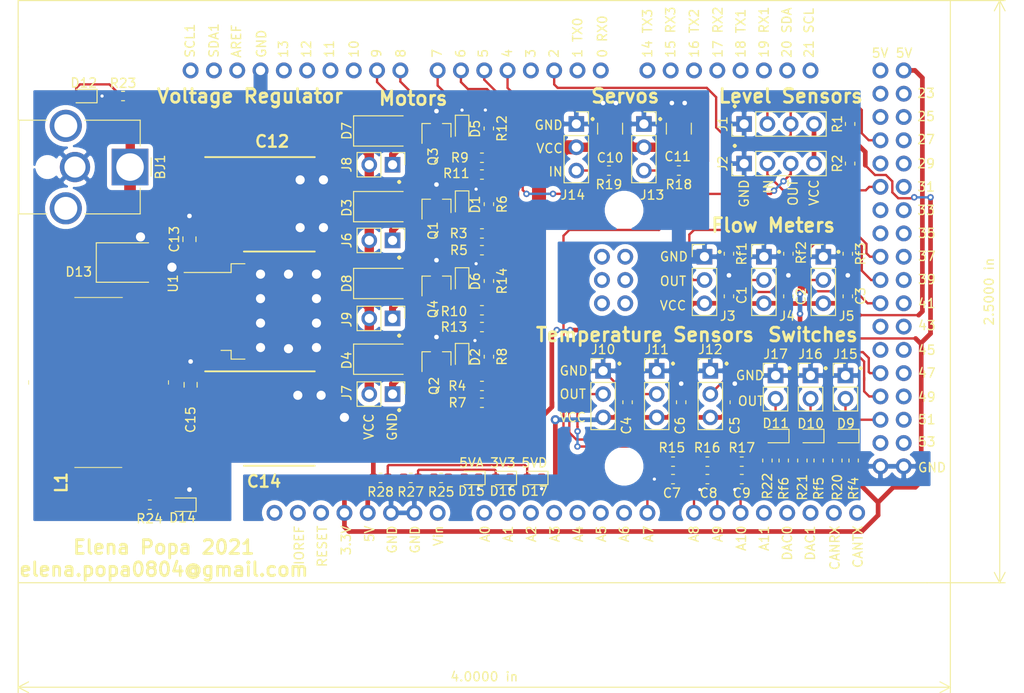
<source format=kicad_pcb>
(kicad_pcb (version 20171130) (host pcbnew "(5.1.2)-2")
  (layers (0 F.Cu signal) (31 B.Cu signal) (34 B.Paste user) (35 F.Paste user) (36 B.SilkS user) (37 F.SilkS user) (38 B.Mask user) (39 F.Mask user) (44 Edge.Cuts user))
  (net 0 "")
  (net 1 "Net-(XA1-PadMISO)")
  (net 2 "Net-(XA1-PadA5)")
  (net 3 "Net-(XA1-PadA4)")
  (net 4 "Net-(XA1-PadD11)")
  (net 5 "Net-(XA1-PadD12)")
  (net 6 "Net-(XA1-PadD10)")
  (net 7 "Net-(XA1-PadD1)")
  (net 8 "Net-(XA1-PadD0)")
  (net 9 "Net-(XA1-PadIORF)")
  (net 10 "Net-(XA1-PadRST1)")
  (net 11 "Net-(XA1-Pad5V2)")
  (net 12 "Net-(XA1-PadSCK)")
  (net 13 "Net-(XA1-PadMOSI)")
  (net 14 "Net-(XA1-PadGND4)")
  (net 15 "Net-(XA1-PadRST2)")
  (net 16 +3V3)
  (net 17 GND)
  (net 18 Tin1)
  (net 19 Tin2)
  (net 20 Tin3)
  (net 21 "Net-(D1-Pad2)")
  (net 22 Vcc)
  (net 23 "Net-(D2-Pad2)")
  (net 24 Fin1)
  (net 25 Fin2)
  (net 26 Pout1)
  (net 27 5Vp)
  (net 28 "Net-(D5-Pad2)")
  (net 29 "Net-(D6-Pad2)")
  (net 30 "Net-(D9-Pad2)")
  (net 31 SWin1)
  (net 32 "Net-(D10-Pad2)")
  (net 33 SWin2)
  (net 34 "Net-(D11-Pad2)")
  (net 35 SWin3)
  (net 36 "Net-(D12-Pad2)")
  (net 37 "Net-(D13-Pad1)")
  (net 38 "Net-(D14-Pad2)")
  (net 39 "Net-(D15-Pad2)")
  (net 40 "Net-(D16-Pad2)")
  (net 41 Lin1)
  (net 42 chargePin1)
  (net 43 Lin2)
  (net 44 chargePin2)
  (net 45 Fin3)
  (net 46 "Net-(J10-Pad2)")
  (net 47 "Net-(J11-Pad2)")
  (net 48 "Net-(J12-Pad2)")
  (net 49 "Net-(J13-Pad3)")
  (net 50 "Net-(J14-Pad3)")
  (net 51 Vout1)
  (net 52 Rout1)
  (net 53 Vout2)
  (net 54 Mout1)
  (net 55 Mout2)
  (net 56 "Net-(XA1-PadD53)")
  (net 57 "Net-(XA1-PadD52)")
  (net 58 "Net-(XA1-PadD51)")
  (net 59 "Net-(XA1-PadD49)")
  (net 60 "Net-(XA1-PadD47)")
  (net 61 "Net-(XA1-PadD45)")
  (net 62 "Net-(XA1-PadD43)")
  (net 63 "Net-(XA1-PadD41)")
  (net 64 "Net-(XA1-PadD39)")
  (net 65 "Net-(XA1-PadD37)")
  (net 66 "Net-(XA1-PadD35)")
  (net 67 "Net-(XA1-PadD34)")
  (net 68 "Net-(XA1-PadD33)")
  (net 69 "Net-(XA1-PadD32)")
  (net 70 "Net-(XA1-PadD31)")
  (net 71 "Net-(XA1-PadD29)")
  (net 72 "Net-(XA1-PadD28)")
  (net 73 "Net-(XA1-PadD27)")
  (net 74 "Net-(XA1-PadD25)")
  (net 75 "Net-(XA1-PadD24)")
  (net 76 "Net-(XA1-PadD23)")
  (net 77 "Net-(XA1-PadD22)")
  (net 78 "Net-(XA1-PadCANT)")
  (net 79 "Net-(XA1-PadCANR)")
  (net 80 "Net-(XA1-PadDAC1)")
  (net 81 "Net-(XA1-PadDAC0)")
  (net 82 "Net-(XA1-PadA11)")
  (net 83 "Net-(XA1-PadA6)")
  (net 84 "Net-(XA1-PadAREF)")
  (net 85 "Net-(XA1-PadSDA1)")
  (net 86 "Net-(XA1-PadSCL1)")
  (net 87 "Net-(XA1-PadD3)")
  (net 88 "Net-(XA1-PadD14)")
  (net 89 "Net-(XA1-PadD15)")
  (net 90 "Net-(XA1-PadD16)")
  (net 91 "Net-(XA1-PadD17)")
  (net 92 "Net-(XA1-PadD18)")
  (net 93 "Net-(XA1-PadD19)")
  (net 94 "Net-(XA1-PadD20)")
  (net 95 "Net-(XA1-PadD21)")
  (net 96 "Net-(XA1-PadD13)")
  (net 97 "Net-(D17-Pad2)")
  (net 98 +5VA)
  (net 99 +5VD)
  (net 100 "Net-(XA1-Pad5V3)")
  (net 101 "Net-(D3-Pad2)")
  (net 102 "Net-(D4-Pad2)")
  (net 103 "Net-(D7-Pad2)")
  (net 104 "Net-(D8-Pad2)")
  (net 105 "Net-(Q1-Pad2)")
  (net 106 "Net-(Q2-Pad2)")
  (net 107 "Net-(Q3-Pad2)")
  (net 108 "Net-(Q4-Pad2)")
  (net 109 "Net-(XA1-PadA3)")
  (net 110 "Net-(XA1-PadA2)")
  (net 111 "Net-(XA1-PadA1)")
  (net 112 "Net-(XA1-PadA0)")
  (net 113 "Net-(XA1-PadD44)")
  (net 114 "Net-(XA1-PadD42)")
  (net 115 "Net-(XA1-PadVIN)")
  (module Arduino:Arduino_Due_Shield (layer F.Cu) (at 37.719 155.321)
    (fp_text reference XA1)
    (fp_text value Arduino_Due_Shield)
    (pad MISO thru_hole oval (at 63.627 -30.48) (size 1.7272 1.7272) (drill 1.016) (layers *.Cu *.Mask) (net 1 "Net-(XA1-PadMISO)"))
    (pad GND6 thru_hole oval (at 96.52 -7.62) (size 1.7272 1.7272) (drill 1.016) (layers *.Cu *.Mask) (net 17 GND))
    (pad GND5 thru_hole oval (at 93.98 -7.62) (size 1.7272 1.7272) (drill 1.016) (layers *.Cu *.Mask) (net 17 GND))
    (pad D53 thru_hole oval (at 96.52 -10.16) (size 1.7272 1.7272) (drill 1.016) (layers *.Cu *.Mask) (net 56 "Net-(XA1-PadD53)"))
    (pad D52 thru_hole oval (at 93.98 -10.16) (size 1.7272 1.7272) (drill 1.016) (layers *.Cu *.Mask) (net 57 "Net-(XA1-PadD52)"))
    (pad D51 thru_hole oval (at 96.52 -12.7) (size 1.7272 1.7272) (drill 1.016) (layers *.Cu *.Mask) (net 58 "Net-(XA1-PadD51)"))
    (pad D50 thru_hole oval (at 93.98 -12.7) (size 1.7272 1.7272) (drill 1.016) (layers *.Cu *.Mask) (net 31 SWin1))
    (pad D49 thru_hole oval (at 96.52 -15.24) (size 1.7272 1.7272) (drill 1.016) (layers *.Cu *.Mask) (net 59 "Net-(XA1-PadD49)"))
    (pad D48 thru_hole oval (at 93.98 -15.24) (size 1.7272 1.7272) (drill 1.016) (layers *.Cu *.Mask) (net 33 SWin2))
    (pad D47 thru_hole oval (at 96.52 -17.78) (size 1.7272 1.7272) (drill 1.016) (layers *.Cu *.Mask) (net 60 "Net-(XA1-PadD47)"))
    (pad D46 thru_hole oval (at 93.98 -17.78) (size 1.7272 1.7272) (drill 1.016) (layers *.Cu *.Mask) (net 35 SWin3))
    (pad D45 thru_hole oval (at 96.52 -20.32) (size 1.7272 1.7272) (drill 1.016) (layers *.Cu *.Mask) (net 61 "Net-(XA1-PadD45)"))
    (pad D44 thru_hole oval (at 93.98 -20.32) (size 1.7272 1.7272) (drill 1.016) (layers *.Cu *.Mask) (net 113 "Net-(XA1-PadD44)"))
    (pad D43 thru_hole oval (at 96.52 -22.86) (size 1.7272 1.7272) (drill 1.016) (layers *.Cu *.Mask) (net 62 "Net-(XA1-PadD43)"))
    (pad D42 thru_hole oval (at 93.98 -22.86) (size 1.7272 1.7272) (drill 1.016) (layers *.Cu *.Mask) (net 114 "Net-(XA1-PadD42)"))
    (pad D41 thru_hole oval (at 96.52 -25.4) (size 1.7272 1.7272) (drill 1.016) (layers *.Cu *.Mask) (net 63 "Net-(XA1-PadD41)"))
    (pad D40 thru_hole oval (at 93.98 -25.4) (size 1.7272 1.7272) (drill 1.016) (layers *.Cu *.Mask) (net 45 Fin3))
    (pad D39 thru_hole oval (at 96.52 -27.94) (size 1.7272 1.7272) (drill 1.016) (layers *.Cu *.Mask) (net 64 "Net-(XA1-PadD39)"))
    (pad D38 thru_hole oval (at 93.98 -27.94) (size 1.7272 1.7272) (drill 1.016) (layers *.Cu *.Mask) (net 25 Fin2))
    (pad D37 thru_hole oval (at 96.52 -30.48) (size 1.7272 1.7272) (drill 1.016) (layers *.Cu *.Mask) (net 65 "Net-(XA1-PadD37)"))
    (pad D36 thru_hole oval (at 93.98 -30.48) (size 1.7272 1.7272) (drill 1.016) (layers *.Cu *.Mask) (net 24 Fin1))
    (pad D35 thru_hole oval (at 96.52 -33.02) (size 1.7272 1.7272) (drill 1.016) (layers *.Cu *.Mask) (net 66 "Net-(XA1-PadD35)"))
    (pad D34 thru_hole oval (at 93.98 -33.02) (size 1.7272 1.7272) (drill 1.016) (layers *.Cu *.Mask) (net 67 "Net-(XA1-PadD34)"))
    (pad D33 thru_hole oval (at 96.52 -35.56) (size 1.7272 1.7272) (drill 1.016) (layers *.Cu *.Mask) (net 68 "Net-(XA1-PadD33)"))
    (pad D32 thru_hole oval (at 93.98 -35.56) (size 1.7272 1.7272) (drill 1.016) (layers *.Cu *.Mask) (net 69 "Net-(XA1-PadD32)"))
    (pad D31 thru_hole oval (at 96.52 -38.1) (size 1.7272 1.7272) (drill 1.016) (layers *.Cu *.Mask) (net 70 "Net-(XA1-PadD31)"))
    (pad D30 thru_hole oval (at 93.98 -38.1) (size 1.7272 1.7272) (drill 1.016) (layers *.Cu *.Mask) (net 44 chargePin2))
    (pad D29 thru_hole oval (at 96.52 -40.64) (size 1.7272 1.7272) (drill 1.016) (layers *.Cu *.Mask) (net 71 "Net-(XA1-PadD29)"))
    (pad D28 thru_hole oval (at 93.98 -40.64) (size 1.7272 1.7272) (drill 1.016) (layers *.Cu *.Mask) (net 72 "Net-(XA1-PadD28)"))
    (pad D27 thru_hole oval (at 96.52 -43.18) (size 1.7272 1.7272) (drill 1.016) (layers *.Cu *.Mask) (net 73 "Net-(XA1-PadD27)"))
    (pad D26 thru_hole oval (at 93.98 -43.18) (size 1.7272 1.7272) (drill 1.016) (layers *.Cu *.Mask) (net 42 chargePin1))
    (pad D25 thru_hole oval (at 96.52 -45.72) (size 1.7272 1.7272) (drill 1.016) (layers *.Cu *.Mask) (net 74 "Net-(XA1-PadD25)"))
    (pad D24 thru_hole oval (at 93.98 -45.72) (size 1.7272 1.7272) (drill 1.016) (layers *.Cu *.Mask) (net 75 "Net-(XA1-PadD24)"))
    (pad D23 thru_hole oval (at 96.52 -48.26) (size 1.7272 1.7272) (drill 1.016) (layers *.Cu *.Mask) (net 76 "Net-(XA1-PadD23)"))
    (pad D22 thru_hole oval (at 93.98 -48.26) (size 1.7272 1.7272) (drill 1.016) (layers *.Cu *.Mask) (net 77 "Net-(XA1-PadD22)"))
    (pad 5V4 thru_hole oval (at 96.52 -50.8) (size 1.7272 1.7272) (drill 1.016) (layers *.Cu *.Mask) (net 99 +5VD))
    (pad 5V3 thru_hole oval (at 93.98 -50.8) (size 1.7272 1.7272) (drill 1.016) (layers *.Cu *.Mask) (net 100 "Net-(XA1-Pad5V3)"))
    (pad CANT thru_hole oval (at 91.44 -2.54) (size 1.7272 1.7272) (drill 1.016) (layers *.Cu *.Mask) (net 78 "Net-(XA1-PadCANT)"))
    (pad CANR thru_hole oval (at 88.9 -2.54) (size 1.7272 1.7272) (drill 1.016) (layers *.Cu *.Mask) (net 79 "Net-(XA1-PadCANR)"))
    (pad DAC1 thru_hole oval (at 86.36 -2.54) (size 1.7272 1.7272) (drill 1.016) (layers *.Cu *.Mask) (net 80 "Net-(XA1-PadDAC1)"))
    (pad DAC0 thru_hole oval (at 83.82 -2.54) (size 1.7272 1.7272) (drill 1.016) (layers *.Cu *.Mask) (net 81 "Net-(XA1-PadDAC0)"))
    (pad A11 thru_hole oval (at 81.28 -2.54) (size 1.7272 1.7272) (drill 1.016) (layers *.Cu *.Mask) (net 82 "Net-(XA1-PadA11)"))
    (pad A10 thru_hole oval (at 78.74 -2.54) (size 1.7272 1.7272) (drill 1.016) (layers *.Cu *.Mask) (net 20 Tin3))
    (pad A9 thru_hole oval (at 76.2 -2.54) (size 1.7272 1.7272) (drill 1.016) (layers *.Cu *.Mask) (net 19 Tin2))
    (pad A8 thru_hole oval (at 73.66 -2.54) (size 1.7272 1.7272) (drill 1.016) (layers *.Cu *.Mask) (net 18 Tin1))
    (pad A7 thru_hole oval (at 68.58 -2.54) (size 1.7272 1.7272) (drill 1.016) (layers *.Cu *.Mask) (net 43 Lin2))
    (pad A6 thru_hole oval (at 66.04 -2.54) (size 1.7272 1.7272) (drill 1.016) (layers *.Cu *.Mask) (net 83 "Net-(XA1-PadA6)"))
    (pad A5 thru_hole oval (at 63.5 -2.54) (size 1.7272 1.7272) (drill 1.016) (layers *.Cu *.Mask) (net 2 "Net-(XA1-PadA5)"))
    (pad A4 thru_hole oval (at 60.96 -2.54) (size 1.7272 1.7272) (drill 1.016) (layers *.Cu *.Mask) (net 3 "Net-(XA1-PadA4)"))
    (pad A3 thru_hole oval (at 58.42 -2.54) (size 1.7272 1.7272) (drill 1.016) (layers *.Cu *.Mask) (net 109 "Net-(XA1-PadA3)"))
    (pad A2 thru_hole oval (at 55.88 -2.54) (size 1.7272 1.7272) (drill 1.016) (layers *.Cu *.Mask) (net 110 "Net-(XA1-PadA2)"))
    (pad A1 thru_hole oval (at 53.34 -2.54) (size 1.7272 1.7272) (drill 1.016) (layers *.Cu *.Mask) (net 111 "Net-(XA1-PadA1)"))
    (pad "" thru_hole oval (at 27.94 -2.54) (size 1.7272 1.7272) (drill 1.016) (layers *.Cu *.Mask))
    (pad D11 thru_hole oval (at 34.036 -50.8) (size 1.7272 1.7272) (drill 1.016) (layers *.Cu *.Mask) (net 4 "Net-(XA1-PadD11)"))
    (pad D12 thru_hole oval (at 31.496 -50.8) (size 1.7272 1.7272) (drill 1.016) (layers *.Cu *.Mask) (net 5 "Net-(XA1-PadD12)"))
    (pad D13 thru_hole oval (at 28.956 -50.8) (size 1.7272 1.7272) (drill 1.016) (layers *.Cu *.Mask) (net 96 "Net-(XA1-PadD13)"))
    (pad AREF thru_hole oval (at 23.876 -50.8) (size 1.7272 1.7272) (drill 1.016) (layers *.Cu *.Mask) (net 84 "Net-(XA1-PadAREF)"))
    (pad SDA1 thru_hole oval (at 21.336 -50.8) (size 1.7272 1.7272) (drill 1.016) (layers *.Cu *.Mask) (net 85 "Net-(XA1-PadSDA1)"))
    (pad SCL1 thru_hole oval (at 18.796 -50.8) (size 1.7272 1.7272) (drill 1.016) (layers *.Cu *.Mask) (net 86 "Net-(XA1-PadSCL1)"))
    (pad "" np_thru_hole circle (at 96.52 -2.54) (size 3.2 3.2) (drill 3.2) (layers *.Cu *.Mask))
    (pad "" np_thru_hole circle (at 15.24 -50.8) (size 3.2 3.2) (drill 3.2) (layers *.Cu *.Mask))
    (pad "" np_thru_hole circle (at 90.17 -50.8) (size 3.2 3.2) (drill 3.2) (layers *.Cu *.Mask))
    (pad "" np_thru_hole circle (at 66.04 -35.56) (size 3.2 3.2) (drill 3.2) (layers *.Cu *.Mask))
    (pad "" np_thru_hole circle (at 66.04 -7.62) (size 3.2 3.2) (drill 3.2) (layers *.Cu *.Mask))
    (pad D10 thru_hole oval (at 36.576 -50.8) (size 1.7272 1.7272) (drill 1.016) (layers *.Cu *.Mask) (net 6 "Net-(XA1-PadD10)"))
    (pad D9 thru_hole oval (at 39.116 -50.8) (size 1.7272 1.7272) (drill 1.016) (layers *.Cu *.Mask) (net 52 Rout1))
    (pad D8 thru_hole oval (at 41.656 -50.8) (size 1.7272 1.7272) (drill 1.016) (layers *.Cu *.Mask) (net 26 Pout1))
    (pad GND1 thru_hole oval (at 26.416 -50.8) (size 1.7272 1.7272) (drill 1.016) (layers *.Cu *.Mask) (net 17 GND))
    (pad D7 thru_hole oval (at 45.72 -50.8) (size 1.7272 1.7272) (drill 1.016) (layers *.Cu *.Mask) (net 53 Vout2))
    (pad D6 thru_hole oval (at 48.26 -50.8) (size 1.7272 1.7272) (drill 1.016) (layers *.Cu *.Mask) (net 51 Vout1))
    (pad D5 thru_hole oval (at 50.8 -50.8) (size 1.7272 1.7272) (drill 1.016) (layers *.Cu *.Mask) (net 55 Mout2))
    (pad D4 thru_hole oval (at 53.34 -50.8) (size 1.7272 1.7272) (drill 1.016) (layers *.Cu *.Mask) (net 54 Mout1))
    (pad D3 thru_hole oval (at 55.88 -50.8) (size 1.7272 1.7272) (drill 1.016) (layers *.Cu *.Mask) (net 87 "Net-(XA1-PadD3)"))
    (pad D2 thru_hole oval (at 58.42 -50.8) (size 1.7272 1.7272) (drill 1.016) (layers *.Cu *.Mask) (net 41 Lin1))
    (pad D1 thru_hole oval (at 60.96 -50.8) (size 1.7272 1.7272) (drill 1.016) (layers *.Cu *.Mask) (net 7 "Net-(XA1-PadD1)"))
    (pad D0 thru_hole oval (at 63.5 -50.8) (size 1.7272 1.7272) (drill 1.016) (layers *.Cu *.Mask) (net 8 "Net-(XA1-PadD0)"))
    (pad D14 thru_hole oval (at 68.58 -50.8) (size 1.7272 1.7272) (drill 1.016) (layers *.Cu *.Mask) (net 88 "Net-(XA1-PadD14)"))
    (pad D15 thru_hole oval (at 71.12 -50.8) (size 1.7272 1.7272) (drill 1.016) (layers *.Cu *.Mask) (net 89 "Net-(XA1-PadD15)"))
    (pad D16 thru_hole oval (at 73.66 -50.8) (size 1.7272 1.7272) (drill 1.016) (layers *.Cu *.Mask) (net 90 "Net-(XA1-PadD16)"))
    (pad D17 thru_hole oval (at 76.2 -50.8) (size 1.7272 1.7272) (drill 1.016) (layers *.Cu *.Mask) (net 91 "Net-(XA1-PadD17)"))
    (pad D18 thru_hole oval (at 78.74 -50.8) (size 1.7272 1.7272) (drill 1.016) (layers *.Cu *.Mask) (net 92 "Net-(XA1-PadD18)"))
    (pad D19 thru_hole oval (at 81.28 -50.8) (size 1.7272 1.7272) (drill 1.016) (layers *.Cu *.Mask) (net 93 "Net-(XA1-PadD19)"))
    (pad D20 thru_hole oval (at 83.82 -50.8) (size 1.7272 1.7272) (drill 1.016) (layers *.Cu *.Mask) (net 94 "Net-(XA1-PadD20)"))
    (pad D21 thru_hole oval (at 86.36 -50.8) (size 1.7272 1.7272) (drill 1.016) (layers *.Cu *.Mask) (net 95 "Net-(XA1-PadD21)"))
    (pad IORF thru_hole oval (at 30.48 -2.54) (size 1.7272 1.7272) (drill 1.016) (layers *.Cu *.Mask) (net 9 "Net-(XA1-PadIORF)"))
    (pad RST1 thru_hole oval (at 33.02 -2.54) (size 1.7272 1.7272) (drill 1.016) (layers *.Cu *.Mask) (net 10 "Net-(XA1-PadRST1)"))
    (pad 3V3 thru_hole oval (at 35.56 -2.54) (size 1.7272 1.7272) (drill 1.016) (layers *.Cu *.Mask) (net 16 +3V3))
    (pad 5V1 thru_hole oval (at 38.1 -2.54) (size 1.7272 1.7272) (drill 1.016) (layers *.Cu *.Mask) (net 98 +5VA))
    (pad GND2 thru_hole oval (at 40.64 -2.54) (size 1.7272 1.7272) (drill 1.016) (layers *.Cu *.Mask) (net 17 GND))
    (pad GND3 thru_hole oval (at 43.18 -2.54) (size 1.7272 1.7272) (drill 1.016) (layers *.Cu *.Mask) (net 17 GND))
    (pad VIN thru_hole oval (at 45.72 -2.54) (size 1.7272 1.7272) (drill 1.016) (layers *.Cu *.Mask) (net 115 "Net-(XA1-PadVIN)"))
    (pad A0 thru_hole oval (at 50.8 -2.54) (size 1.7272 1.7272) (drill 1.016) (layers *.Cu *.Mask) (net 112 "Net-(XA1-PadA0)"))
    (pad 5V2 thru_hole oval (at 66.167 -30.48) (size 1.7272 1.7272) (drill 1.016) (layers *.Cu *.Mask) (net 11 "Net-(XA1-Pad5V2)"))
    (pad SCK thru_hole oval (at 63.627 -27.94) (size 1.7272 1.7272) (drill 1.016) (layers *.Cu *.Mask) (net 12 "Net-(XA1-PadSCK)"))
    (pad MOSI thru_hole oval (at 66.167 -27.94) (size 1.7272 1.7272) (drill 1.016) (layers *.Cu *.Mask) (net 13 "Net-(XA1-PadMOSI)"))
    (pad GND4 thru_hole oval (at 66.167 -25.4) (size 1.7272 1.7272) (drill 1.016) (layers *.Cu *.Mask) (net 14 "Net-(XA1-PadGND4)"))
    (pad RST2 thru_hole oval (at 63.627 -25.4) (size 1.7272 1.7272) (drill 1.016) (layers *.Cu *.Mask) (net 15 "Net-(XA1-PadRST2)"))
  )
  (module LED_SMD:LED_0603_1608Metric (layer F.Cu) (at 93.98 148.971 180)
    (fp_text reference D17 (at 0 -1.43) (layer F.SilkS))
    (fp_text value LED)
    (pad 2 smd roundrect (at 0.7875 0 180) (size 0.875 0.95) (layers F.Cu F.Paste F.Mask) (net 97 "Net-(D17-Pad2)"))
    (pad 1 smd roundrect (at -0.7875 0 180) (size 0.875 0.95) (layers F.Cu F.Paste F.Mask) (net 17 GND))
  )
  (module LED_SMD:LED_0603_1608Metric (layer F.Cu) (at 90.551 148.971 180)
    (fp_text reference D16 (at 0 -1.43) (layer F.SilkS))
    (fp_text value LED)
    (pad 2 smd roundrect (at 0.7875 0 180) (size 0.875 0.95) (layers F.Cu F.Paste F.Mask) (net 40 "Net-(D16-Pad2)"))
    (pad 1 smd roundrect (at -0.7875 0 180) (size 0.875 0.95) (layers F.Cu F.Paste F.Mask) (net 17 GND))
  )
  (module LED_SMD:LED_0603_1608Metric (layer F.Cu) (at 87.122 148.971 180)
    (fp_text reference D15 (at 0 -1.43) (layer F.SilkS))
    (fp_text value LED)
    (pad 2 smd roundrect (at 0.7875 0 180) (size 0.875 0.95) (layers F.Cu F.Paste F.Mask) (net 39 "Net-(D15-Pad2)"))
    (pad 1 smd roundrect (at -0.7875 0 180) (size 0.875 0.95) (layers F.Cu F.Paste F.Mask) (net 17 GND))
  )
  (module LED_SMD:LED_0603_1608Metric (layer F.Cu) (at 55.626 151.892 180)
    (fp_text reference D14 (at 0 -1.43) (layer F.SilkS))
    (fp_text value LED)
    (pad 2 smd roundrect (at 0.7875 0 180) (size 0.875 0.95) (layers F.Cu F.Paste F.Mask) (net 38 "Net-(D14-Pad2)"))
    (pad 1 smd roundrect (at -0.7875 0 180) (size 0.875 0.95) (layers F.Cu F.Paste F.Mask) (net 17 GND))
  )
  (module LED_SMD:LED_0603_1608Metric (layer F.Cu) (at 44.831 107.315 180)
    (fp_text reference D12 (at -0.0381 1.4351) (layer F.SilkS))
    (fp_text value LED)
    (pad 2 smd roundrect (at 0.7875 0 180) (size 0.875 0.95) (layers F.Cu F.Paste F.Mask) (net 36 "Net-(D12-Pad2)"))
    (pad 1 smd roundrect (at -0.7875 0 180) (size 0.875 0.95) (layers F.Cu F.Paste F.Mask) (net 17 GND))
  )
  (module LED_SMD:LED_0603_1608Metric (layer F.Cu) (at 120.249 144.399 180)
    (fp_text reference D11 (at -0.0454 1.3843) (layer F.SilkS))
    (fp_text value LED)
    (pad 2 smd roundrect (at 0.7875 0 180) (size 0.875 0.95) (layers F.Cu F.Paste F.Mask) (net 34 "Net-(D11-Pad2)"))
    (pad 1 smd roundrect (at -0.7875 0 180) (size 0.875 0.95) (layers F.Cu F.Paste F.Mask) (net 35 SWin3))
  )
  (module LED_SMD:LED_0603_1608Metric (layer F.Cu) (at 124.059 144.399 180)
    (fp_text reference D10 (at -0.0327 1.3589) (layer F.SilkS))
    (fp_text value LED)
    (pad 2 smd roundrect (at 0.7875 0 180) (size 0.875 0.95) (layers F.Cu F.Paste F.Mask) (net 32 "Net-(D10-Pad2)"))
    (pad 1 smd roundrect (at -0.7875 0 180) (size 0.875 0.95) (layers F.Cu F.Paste F.Mask) (net 33 SWin2))
  )
  (module LED_SMD:LED_0603_1608Metric (layer F.Cu) (at 127.869 144.399 180)
    (fp_text reference D9 (at -0.0581 1.3589) (layer F.SilkS))
    (fp_text value LED)
    (pad 2 smd roundrect (at 0.7875 0 180) (size 0.875 0.95) (layers F.Cu F.Paste F.Mask) (net 30 "Net-(D9-Pad2)"))
    (pad 1 smd roundrect (at -0.7875 0 180) (size 0.875 0.95) (layers F.Cu F.Paste F.Mask) (net 31 SWin1))
  )
  (module LED_SMD:LED_0603_1608Metric (layer F.Cu) (at 86.106 135.787 270)
    (fp_text reference D2 (at 0 -1.43 90) (layer F.SilkS))
    (fp_text value LED)
    (pad 2 smd roundrect (at 0.7875 0 270) (size 0.875 0.95) (layers F.Cu F.Paste F.Mask) (net 23 "Net-(D2-Pad2)"))
    (pad 1 smd roundrect (at -0.7875 0 270) (size 0.875 0.95) (layers F.Cu F.Paste F.Mask) (net 17 GND))
  )
  (module LED_SMD:LED_0603_1608Metric (layer F.Cu) (at 86.106 119.15 270)
    (fp_text reference D1 (at 0 -1.43 90) (layer F.SilkS))
    (fp_text value LED)
    (pad 2 smd roundrect (at 0.7875 0 270) (size 0.875 0.95) (layers F.Cu F.Paste F.Mask) (net 21 "Net-(D1-Pad2)"))
    (pad 1 smd roundrect (at -0.7875 0 270) (size 0.875 0.95) (layers F.Cu F.Paste F.Mask) (net 17 GND))
  )
  (module Resistor_SMD:R_0603_1608Metric (layer F.Cu) (at 128.143 124.521 270)
    (fp_text reference Rf3 (at 0 -1.397 90) (layer F.SilkS))
    (fp_text value 10K)
    (pad 2 smd roundrect (at 0.7875 0 270) (size 0.875 0.95) (layers F.Cu F.Paste F.Mask) (net 16 +3V3))
    (pad 1 smd roundrect (at -0.7875 0 270) (size 0.875 0.95) (layers F.Cu F.Paste F.Mask) (net 45 Fin3))
  )
  (module Connector_PinHeader_2.54mm:PinHeader_1x02_P2.54mm_Vertical (layer F.Cu) (at 78.526 131.572 270)
    (fp_text reference J9 (at 0.127 4.993 90) (layer F.SilkS))
    (fp_text value " ")
    (pad 2 thru_hole oval (at 0 2.54 270) (size 1.7 1.7) (drill 1) (layers *.Cu *.Mask) (net 22 Vcc))
    (pad 1 thru_hole rect (at 0 0 270) (size 1.7 1.7) (drill 1) (layers *.Cu *.Mask) (net 104 "Net-(D8-Pad2)"))
  )
  (module Connector_PinHeader_2.54mm:PinHeader_1x02_P2.54mm_Vertical (layer F.Cu) (at 78.526 114.808 270)
    (fp_text reference J8 (at 0 4.993 90) (layer F.SilkS))
    (fp_text value " ")
    (pad 2 thru_hole oval (at 0 2.54 270) (size 1.7 1.7) (drill 1) (layers *.Cu *.Mask) (net 22 Vcc))
    (pad 1 thru_hole rect (at 0 0 270) (size 1.7 1.7) (drill 1) (layers *.Cu *.Mask) (net 103 "Net-(D7-Pad2)"))
  )
  (module Connector_PinHeader_2.54mm:PinHeader_1x02_P2.54mm_Vertical (layer F.Cu) (at 78.526 139.827 270)
    (fp_text reference J7 (at -0.127 4.993 90) (layer F.SilkS))
    (fp_text value " ")
    (pad 2 thru_hole oval (at 0 2.54 270) (size 1.7 1.7) (drill 1) (layers *.Cu *.Mask) (net 22 Vcc))
    (pad 1 thru_hole rect (at 0 0 270) (size 1.7 1.7) (drill 1) (layers *.Cu *.Mask) (net 102 "Net-(D4-Pad2)"))
  )
  (module Connector_PinHeader_2.54mm:PinHeader_1x02_P2.54mm_Vertical (layer F.Cu) (at 78.526 123.063 270)
    (fp_text reference J6 (at 0 4.993 90) (layer F.SilkS))
    (fp_text value " ")
    (pad 2 thru_hole oval (at 0 2.54 270) (size 1.7 1.7) (drill 1) (layers *.Cu *.Mask) (net 22 Vcc))
    (pad 1 thru_hole rect (at 0 0 270) (size 1.7 1.7) (drill 1) (layers *.Cu *.Mask) (net 101 "Net-(D3-Pad2)"))
  )
  (module Capacitor_SMD:C_0805_2012Metric_Pad1.15x1.40mm_HandSolder (layer F.Cu) (at 56.515 138.811 90)
    (fp_text reference C15 (at -3.81 0 90) (layer F.SilkS))
    (fp_text value C)
    (pad 2 smd roundrect (at 1.025 0 90) (size 1.15 1.4) (layers F.Cu F.Paste F.Mask) (roundrect_rratio 0.217391) (net 17 GND))
    (pad 1 smd roundrect (at -1.025 0 90) (size 1.15 1.4) (layers F.Cu F.Paste F.Mask) (roundrect_rratio 0.217391) (net 27 5Vp))
  )
  (module Capacitor_SMD:C_0805_2012Metric_Pad1.15x1.40mm_HandSolder (layer F.Cu) (at 56.388 122.936 90)
    (fp_text reference C13 (at 0 -1.651 90) (layer F.SilkS))
    (fp_text value C)
    (pad 2 smd roundrect (at 1.025 0 90) (size 1.15 1.4) (layers F.Cu F.Paste F.Mask) (roundrect_rratio 0.217391) (net 17 GND))
    (pad 1 smd roundrect (at -1.025 0 90) (size 1.15 1.4) (layers F.Cu F.Paste F.Mask) (roundrect_rratio 0.217391) (net 22 Vcc))
  )
  (module Resistor_SMD:R_0603_1608Metric (layer F.Cu) (at 77.216 148.971 180)
    (fp_text reference R28 (at 0 -1.524) (layer F.SilkS))
    (fp_text value R)
    (pad 2 smd roundrect (at 0.7875 0 180) (size 0.875 0.95) (layers F.Cu F.Paste F.Mask) (net 99 +5VD))
    (pad 1 smd roundrect (at -0.7875 0 180) (size 0.875 0.95) (layers F.Cu F.Paste F.Mask) (net 97 "Net-(D17-Pad2)"))
  )
  (module Diode_SMD:D_SMA (layer F.Cu) (at 77.676 127.762)
    (fp_text reference D8 (at -4.143 0 90) (layer F.SilkS))
    (fp_text value 1N4007)
    (pad 2 smd rect (at 2 0) (size 2.5 1.8) (layers F.Cu F.Paste F.Mask) (net 104 "Net-(D8-Pad2)"))
    (pad 1 smd rect (at -2 0) (size 2.5 1.8) (layers F.Cu F.Paste F.Mask) (net 22 Vcc))
  )
  (module Diode_SMD:D_SMA (layer F.Cu) (at 77.676 111.125)
    (fp_text reference D7 (at -4.143 0 90) (layer F.SilkS))
    (fp_text value 1N4007)
    (pad 2 smd rect (at 2 0) (size 2.5 1.8) (layers F.Cu F.Paste F.Mask) (net 103 "Net-(D7-Pad2)"))
    (pad 1 smd rect (at -2 0) (size 2.5 1.8) (layers F.Cu F.Paste F.Mask) (net 22 Vcc))
  )
  (module Diode_SMD:D_SMA (layer F.Cu) (at 77.676 136.017)
    (fp_text reference D4 (at -4.143 0.127 270) (layer F.SilkS))
    (fp_text value 1N4007)
    (pad 2 smd rect (at 2 0) (size 2.5 1.8) (layers F.Cu F.Paste F.Mask) (net 102 "Net-(D4-Pad2)"))
    (pad 1 smd rect (at -2 0) (size 2.5 1.8) (layers F.Cu F.Paste F.Mask) (net 22 Vcc))
  )
  (module Diode_SMD:D_SMA (layer F.Cu) (at 77.676 119.38)
    (fp_text reference D3 (at -4.143 0.127 270) (layer F.SilkS))
    (fp_text value 1N4007)
    (pad 2 smd rect (at 2 0) (size 2.5 1.8) (layers F.Cu F.Paste F.Mask) (net 101 "Net-(D3-Pad2)"))
    (pad 1 smd rect (at -2 0) (size 2.5 1.8) (layers F.Cu F.Paste F.Mask) (net 22 Vcc))
  )
  (module Connector_PinHeader_2.54mm:PinHeader_1x03_P2.54mm_Vertical (layer F.Cu) (at 113.157 137.287)
    (fp_text reference J12 (at 0 -2.33) (layer F.SilkS))
    (fp_text value " ")
    (pad 3 thru_hole oval (at 0 5.08) (size 1.7 1.7) (drill 1) (layers *.Cu *.Mask) (net 98 +5VA))
    (pad 2 thru_hole oval (at 0 2.54) (size 1.7 1.7) (drill 1) (layers *.Cu *.Mask) (net 48 "Net-(J12-Pad2)"))
    (pad 1 thru_hole rect (at 0 0) (size 1.7 1.7) (drill 1) (layers *.Cu *.Mask) (net 17 GND))
  )
  (module Connector_PinHeader_2.54mm:PinHeader_1x03_P2.54mm_Vertical (layer F.Cu) (at 107.315 137.287)
    (fp_text reference J11 (at 0 -2.33) (layer F.SilkS))
    (fp_text value " ")
    (pad 3 thru_hole oval (at 0 5.08) (size 1.7 1.7) (drill 1) (layers *.Cu *.Mask) (net 98 +5VA))
    (pad 2 thru_hole oval (at 0 2.54) (size 1.7 1.7) (drill 1) (layers *.Cu *.Mask) (net 47 "Net-(J11-Pad2)"))
    (pad 1 thru_hole rect (at 0 0) (size 1.7 1.7) (drill 1) (layers *.Cu *.Mask) (net 17 GND))
  )
  (module Connector_PinHeader_2.54mm:PinHeader_1x03_P2.54mm_Vertical (layer F.Cu) (at 101.473 137.287)
    (fp_text reference J10 (at 0 -2.33) (layer F.SilkS))
    (fp_text value " ")
    (pad 3 thru_hole oval (at 0 5.08) (size 1.7 1.7) (drill 1) (layers *.Cu *.Mask) (net 98 +5VA))
    (pad 2 thru_hole oval (at 0 2.54) (size 1.7 1.7) (drill 1) (layers *.Cu *.Mask) (net 46 "Net-(J10-Pad2)"))
    (pad 1 thru_hole rect (at 0 0) (size 1.7 1.7) (drill 1) (layers *.Cu *.Mask) (net 17 GND))
  )
  (module Connector_PinHeader_2.54mm:PinHeader_1x03_P2.54mm_Vertical (layer F.Cu) (at 125.476 124.841)
    (fp_text reference J5 (at 2.54 6.477) (layer F.SilkS))
    (fp_text value " ")
    (pad 3 thru_hole oval (at 0 5.08) (size 1.7 1.7) (drill 1) (layers *.Cu *.Mask) (net 99 +5VD))
    (pad 2 thru_hole oval (at 0 2.54) (size 1.7 1.7) (drill 1) (layers *.Cu *.Mask) (net 45 Fin3))
    (pad 1 thru_hole rect (at 0 0) (size 1.7 1.7) (drill 1) (layers *.Cu *.Mask) (net 17 GND))
  )
  (module Connector_PinHeader_2.54mm:PinHeader_1x03_P2.54mm_Vertical (layer F.Cu) (at 118.999 124.841)
    (fp_text reference J4 (at 2.54 6.477) (layer F.SilkS))
    (fp_text value " ")
    (pad 3 thru_hole oval (at 0 5.08) (size 1.7 1.7) (drill 1) (layers *.Cu *.Mask) (net 99 +5VD))
    (pad 2 thru_hole oval (at 0 2.54) (size 1.7 1.7) (drill 1) (layers *.Cu *.Mask) (net 25 Fin2))
    (pad 1 thru_hole rect (at 0 0) (size 1.7 1.7) (drill 1) (layers *.Cu *.Mask) (net 17 GND))
  )
  (module Connector_PinHeader_2.54mm:PinHeader_1x03_P2.54mm_Vertical (layer F.Cu) (at 112.522 124.841)
    (fp_text reference J3 (at 2.54 6.477) (layer F.SilkS))
    (fp_text value " ")
    (pad 3 thru_hole oval (at 0 5.08) (size 1.7 1.7) (drill 1) (layers *.Cu *.Mask) (net 99 +5VD))
    (pad 2 thru_hole oval (at 0 2.54) (size 1.7 1.7) (drill 1) (layers *.Cu *.Mask) (net 24 Fin1))
    (pad 1 thru_hole rect (at 0 0) (size 1.7 1.7) (drill 1) (layers *.Cu *.Mask) (net 17 GND))
  )
  (module Connector_PinHeader_2.54mm:PinHeader_1x02_P2.54mm_Vertical (layer F.Cu) (at 120.269 137.795)
    (fp_text reference J17 (at 0 -2.33) (layer F.SilkS))
    (fp_text value " ")
    (pad 2 thru_hole oval (at 0 2.54) (size 1.7 1.7) (drill 1) (layers *.Cu *.Mask) (net 35 SWin3))
    (pad 1 thru_hole rect (at 0 0) (size 1.7 1.7) (drill 1) (layers *.Cu *.Mask) (net 17 GND))
  )
  (module Connector_PinHeader_2.54mm:PinHeader_1x02_P2.54mm_Vertical (layer F.Cu) (at 124.079 137.795)
    (fp_text reference J16 (at 0 -2.33) (layer F.SilkS))
    (fp_text value " ")
    (pad 2 thru_hole oval (at 0 2.54) (size 1.7 1.7) (drill 1) (layers *.Cu *.Mask) (net 33 SWin2))
    (pad 1 thru_hole rect (at 0 0) (size 1.7 1.7) (drill 1) (layers *.Cu *.Mask) (net 17 GND))
  )
  (module Connector_PinHeader_2.54mm:PinHeader_1x02_P2.54mm_Vertical (layer F.Cu) (at 127.889 137.795)
    (fp_text reference J15 (at 0 -2.33) (layer F.SilkS))
    (fp_text value " ")
    (pad 2 thru_hole oval (at 0 2.54) (size 1.7 1.7) (drill 1) (layers *.Cu *.Mask) (net 31 SWin1))
    (pad 1 thru_hole rect (at 0 0) (size 1.7 1.7) (drill 1) (layers *.Cu *.Mask) (net 17 GND))
  )
  (module Package_TO_SOT_SMD:TO-263-5_TabPin3 (layer F.Cu) (at 63.881 130.81)
    (fp_text reference U1 (at -9.271 -3.048 270) (layer F.SilkS))
    (fp_text value LM2596S-5)
    (pad 3 smd rect (at 3.375 0) (size 9.4 10.8) (layers F.Cu F.Mask) (net 17 GND))
    (pad 5 smd rect (at -5.775 3.4) (size 4.6 1.1) (layers F.Cu F.Paste F.Mask) (net 17 GND))
    (pad 4 smd rect (at -5.775 1.7) (size 4.6 1.1) (layers F.Cu F.Paste F.Mask) (net 27 5Vp))
    (pad 3 smd rect (at -5.775 0) (size 4.6 1.1) (layers F.Cu F.Paste F.Mask) (net 17 GND))
    (pad 2 smd rect (at -5.775 -1.7) (size 4.6 1.1) (layers F.Cu F.Paste F.Mask) (net 37 "Net-(D13-Pad1)"))
    (pad 1 smd rect (at -5.775 -3.4) (size 4.6 1.1) (layers F.Cu F.Paste F.Mask) (net 22 Vcc))
  )
  (module Resistor_SMD:R_0603_1608Metric (layer F.Cu) (at 121.158 147.066 270)
    (fp_text reference Rf6 (at 3.048 0 90) (layer F.SilkS))
    (fp_text value 10K)
    (pad 2 smd roundrect (at 0.7875 0 270) (size 0.875 0.95) (layers F.Cu F.Paste F.Mask) (net 16 +3V3))
    (pad 1 smd roundrect (at -0.7875 0 270) (size 0.875 0.95) (layers F.Cu F.Paste F.Mask) (net 35 SWin3))
  )
  (module Resistor_SMD:R_0603_1608Metric (layer F.Cu) (at 124.968 147.066 270)
    (fp_text reference Rf5 (at 3.048 0 90) (layer F.SilkS))
    (fp_text value 10K)
    (pad 2 smd roundrect (at 0.7875 0 270) (size 0.875 0.95) (layers F.Cu F.Paste F.Mask) (net 16 +3V3))
    (pad 1 smd roundrect (at -0.7875 0 270) (size 0.875 0.95) (layers F.Cu F.Paste F.Mask) (net 33 SWin2))
  )
  (module Resistor_SMD:R_0603_1608Metric (layer F.Cu) (at 128.778 147.066 270)
    (fp_text reference Rf4 (at 3.048 0 90) (layer F.SilkS))
    (fp_text value 10K)
    (pad 2 smd roundrect (at 0.7875 0 270) (size 0.875 0.95) (layers F.Cu F.Paste F.Mask) (net 16 +3V3))
    (pad 1 smd roundrect (at -0.7875 0 270) (size 0.875 0.95) (layers F.Cu F.Paste F.Mask) (net 31 SWin1))
  )
  (module Resistor_SMD:R_0603_1608Metric (layer F.Cu) (at 121.666 124.521 270)
    (fp_text reference Rf2 (at -0.127 -1.397 90) (layer F.SilkS))
    (fp_text value 10K)
    (pad 2 smd roundrect (at 0.7875 0 270) (size 0.875 0.95) (layers F.Cu F.Paste F.Mask) (net 16 +3V3))
    (pad 1 smd roundrect (at -0.7875 0 270) (size 0.875 0.95) (layers F.Cu F.Paste F.Mask) (net 25 Fin2))
  )
  (module Resistor_SMD:R_0603_1608Metric (layer F.Cu) (at 115.189 124.521 270)
    (fp_text reference Rf1 (at 0 -1.397 90) (layer F.SilkS))
    (fp_text value 10K)
    (pad 2 smd roundrect (at 0.7875 0 270) (size 0.875 0.95) (layers F.Cu F.Paste F.Mask) (net 16 +3V3))
    (pad 1 smd roundrect (at -0.7875 0 270) (size 0.875 0.95) (layers F.Cu F.Paste F.Mask) (net 24 Fin1))
  )
  (module Resistor_SMD:R_0603_1608Metric (layer F.Cu) (at 80.518 148.971 180)
    (fp_text reference R27 (at 0.0255 -1.524) (layer F.SilkS))
    (fp_text value R)
    (pad 2 smd roundrect (at 0.7875 0 180) (size 0.875 0.95) (layers F.Cu F.Paste F.Mask) (net 16 +3V3))
    (pad 1 smd roundrect (at -0.7875 0 180) (size 0.875 0.95) (layers F.Cu F.Paste F.Mask) (net 40 "Net-(D16-Pad2)"))
  )
  (module Resistor_SMD:R_0603_1608Metric (layer F.Cu) (at 83.82 148.971 180)
    (fp_text reference R25 (at 0 -1.524) (layer F.SilkS))
    (fp_text value R)
    (pad 2 smd roundrect (at 0.7875 0 180) (size 0.875 0.95) (layers F.Cu F.Paste F.Mask) (net 98 +5VA))
    (pad 1 smd roundrect (at -0.7875 0 180) (size 0.875 0.95) (layers F.Cu F.Paste F.Mask) (net 39 "Net-(D15-Pad2)"))
  )
  (module Resistor_SMD:R_0603_1608Metric (layer F.Cu) (at 52.07 151.892)
    (fp_text reference R24 (at -0.0255 1.524) (layer F.SilkS))
    (fp_text value R)
    (pad 2 smd roundrect (at 0.7875 0) (size 0.875 0.95) (layers F.Cu F.Paste F.Mask) (net 38 "Net-(D14-Pad2)"))
    (pad 1 smd roundrect (at -0.7875 0) (size 0.875 0.95) (layers F.Cu F.Paste F.Mask) (net 27 5Vp))
  )
  (module Resistor_SMD:R_0603_1608Metric (layer F.Cu) (at 49.149 107.315 180)
    (fp_text reference R23 (at 0 1.397) (layer F.SilkS))
    (fp_text value R)
    (pad 2 smd roundrect (at 0.7875 0 180) (size 0.875 0.95) (layers F.Cu F.Paste F.Mask) (net 36 "Net-(D12-Pad2)"))
    (pad 1 smd roundrect (at -0.7875 0 180) (size 0.875 0.95) (layers F.Cu F.Paste F.Mask) (net 22 Vcc))
  )
  (module Resistor_SMD:R_0603_1608Metric (layer F.Cu) (at 119.38 147.066 270)
    (fp_text reference R22 (at 2.794 0 90) (layer F.SilkS))
    (fp_text value R)
    (pad 2 smd roundrect (at 0.7875 0 270) (size 0.875 0.95) (layers F.Cu F.Paste F.Mask) (net 16 +3V3))
    (pad 1 smd roundrect (at -0.7875 0 270) (size 0.875 0.95) (layers F.Cu F.Paste F.Mask) (net 34 "Net-(D11-Pad2)"))
  )
  (module Resistor_SMD:R_0603_1608Metric (layer F.Cu) (at 123.19 147.066 270)
    (fp_text reference R21 (at 2.921 0 90) (layer F.SilkS))
    (fp_text value R)
    (pad 2 smd roundrect (at 0.7875 0 270) (size 0.875 0.95) (layers F.Cu F.Paste F.Mask) (net 16 +3V3))
    (pad 1 smd roundrect (at -0.7875 0 270) (size 0.875 0.95) (layers F.Cu F.Paste F.Mask) (net 32 "Net-(D10-Pad2)"))
  )
  (module Resistor_SMD:R_0603_1608Metric (layer F.Cu) (at 127 147.066 270)
    (fp_text reference R20 (at 2.921 0 90) (layer F.SilkS))
    (fp_text value R)
    (pad 2 smd roundrect (at 0.7875 0 270) (size 0.875 0.95) (layers F.Cu F.Paste F.Mask) (net 16 +3V3))
    (pad 1 smd roundrect (at -0.7875 0 270) (size 0.875 0.95) (layers F.Cu F.Paste F.Mask) (net 30 "Net-(D9-Pad2)"))
  )
  (module Resistor_SMD:R_0603_1608Metric (layer F.Cu) (at 102.108 115.443 180)
    (fp_text reference R19 (at 0 -1.524) (layer F.SilkS))
    (fp_text value R)
    (pad 2 smd roundrect (at 0.7875 0 180) (size 0.875 0.95) (layers F.Cu F.Paste F.Mask) (net 50 "Net-(J14-Pad3)"))
    (pad 1 smd roundrect (at -0.7875 0 180) (size 0.875 0.95) (layers F.Cu F.Paste F.Mask) (net 55 Mout2))
  )
  (module Resistor_SMD:R_0603_1608Metric (layer F.Cu) (at 109.728 115.443 180)
    (fp_text reference R18 (at 0 -1.524 180) (layer F.SilkS))
    (fp_text value R)
    (pad 2 smd roundrect (at 0.7875 0 180) (size 0.875 0.95) (layers F.Cu F.Paste F.Mask) (net 49 "Net-(J13-Pad3)"))
    (pad 1 smd roundrect (at -0.7875 0 180) (size 0.875 0.95) (layers F.Cu F.Paste F.Mask) (net 54 Mout1))
  )
  (module Resistor_SMD:R_0603_1608Metric (layer F.Cu) (at 116.586 147.193 180)
    (fp_text reference R17 (at 0 1.524) (layer F.SilkS))
    (fp_text value R)
    (pad 2 smd roundrect (at 0.7875 0 180) (size 0.875 0.95) (layers F.Cu F.Paste F.Mask) (net 48 "Net-(J12-Pad2)"))
    (pad 1 smd roundrect (at -0.7875 0 180) (size 0.875 0.95) (layers F.Cu F.Paste F.Mask) (net 20 Tin3))
  )
  (module Resistor_SMD:R_0603_1608Metric (layer F.Cu) (at 112.8395 147.193 180)
    (fp_text reference R16 (at 0.0255 1.524) (layer F.SilkS))
    (fp_text value R)
    (pad 2 smd roundrect (at 0.7875 0 180) (size 0.875 0.95) (layers F.Cu F.Paste F.Mask) (net 47 "Net-(J11-Pad2)"))
    (pad 1 smd roundrect (at -0.7875 0 180) (size 0.875 0.95) (layers F.Cu F.Paste F.Mask) (net 19 Tin2))
  )
  (module Resistor_SMD:R_0603_1608Metric (layer F.Cu) (at 109.093 147.193 180)
    (fp_text reference R15 (at 0.127 1.524) (layer F.SilkS))
    (fp_text value R)
    (pad 2 smd roundrect (at 0.7875 0 180) (size 0.875 0.95) (layers F.Cu F.Paste F.Mask) (net 46 "Net-(J10-Pad2)"))
    (pad 1 smd roundrect (at -0.7875 0 180) (size 0.875 0.95) (layers F.Cu F.Paste F.Mask) (net 18 Tin1))
  )
  (module Resistor_SMD:R_0603_1608Metric (layer F.Cu) (at 89.027 127.492 270)
    (fp_text reference R14 (at 0 -1.43 90) (layer F.SilkS))
    (fp_text value 10k)
    (pad 2 smd roundrect (at 0.7875 0 270) (size 0.875 0.95) (layers F.Cu F.Paste F.Mask) (net 53 Vout2))
    (pad 1 smd roundrect (at -0.7875 0 270) (size 0.875 0.95) (layers F.Cu F.Paste F.Mask) (net 17 GND))
  )
  (module Resistor_SMD:R_0603_1608Metric (layer F.Cu) (at 88.265 132.515)
    (fp_text reference R13 (at -3.048 0) (layer F.SilkS))
    (fp_text value 150)
    (pad 2 smd roundrect (at 0.7875 0) (size 0.875 0.95) (layers F.Cu F.Paste F.Mask) (net 53 Vout2))
    (pad 1 smd roundrect (at -0.7875 0) (size 0.875 0.95) (layers F.Cu F.Paste F.Mask) (net 108 "Net-(Q4-Pad2)"))
  )
  (module Resistor_SMD:R_0603_1608Metric (layer F.Cu) (at 89.015 110.855 270)
    (fp_text reference R12 (at 0 -1.43 90) (layer F.SilkS))
    (fp_text value 10k)
    (pad 2 smd roundrect (at 0.7875 0 270) (size 0.875 0.95) (layers F.Cu F.Paste F.Mask) (net 52 Rout1))
    (pad 1 smd roundrect (at -0.7875 0 270) (size 0.875 0.95) (layers F.Cu F.Paste F.Mask) (net 17 GND))
  )
  (module Resistor_SMD:R_0603_1608Metric (layer F.Cu) (at 88.265 115.878)
    (fp_text reference R11 (at -2.794 -0.127) (layer F.SilkS))
    (fp_text value 150)
    (pad 2 smd roundrect (at 0.7875 0) (size 0.875 0.95) (layers F.Cu F.Paste F.Mask) (net 52 Rout1))
    (pad 1 smd roundrect (at -0.7875 0) (size 0.875 0.95) (layers F.Cu F.Paste F.Mask) (net 107 "Net-(Q3-Pad2)"))
  )
  (module Resistor_SMD:R_0603_1608Metric (layer F.Cu) (at 88.265 130.683 180)
    (fp_text reference R10 (at 3.048 -0.127) (layer F.SilkS))
    (fp_text value R)
    (pad 2 smd roundrect (at 0.7875 0 180) (size 0.875 0.95) (layers F.Cu F.Paste F.Mask) (net 29 "Net-(D6-Pad2)"))
    (pad 1 smd roundrect (at -0.7875 0 180) (size 0.875 0.95) (layers F.Cu F.Paste F.Mask) (net 53 Vout2))
  )
  (module Resistor_SMD:R_0603_1608Metric (layer F.Cu) (at 88.265 114.046 180)
    (fp_text reference R9 (at 2.413 0) (layer F.SilkS))
    (fp_text value R)
    (pad 2 smd roundrect (at 0.7875 0 180) (size 0.875 0.95) (layers F.Cu F.Paste F.Mask) (net 28 "Net-(D5-Pad2)"))
    (pad 1 smd roundrect (at -0.7875 0 180) (size 0.875 0.95) (layers F.Cu F.Paste F.Mask) (net 52 Rout1))
  )
  (module Resistor_SMD:R_0603_1608Metric (layer F.Cu) (at 89.027 135.747 270)
    (fp_text reference R8 (at 0 -1.43 90) (layer F.SilkS))
    (fp_text value 10k)
    (pad 2 smd roundrect (at 0.7875 0 270) (size 0.875 0.95) (layers F.Cu F.Paste F.Mask) (net 51 Vout1))
    (pad 1 smd roundrect (at -0.7875 0 270) (size 0.875 0.95) (layers F.Cu F.Paste F.Mask) (net 17 GND))
  )
  (module Resistor_SMD:R_0603_1608Metric (layer F.Cu) (at 88.265 140.77)
    (fp_text reference R7 (at -2.667 0) (layer F.SilkS))
    (fp_text value 150)
    (pad 2 smd roundrect (at 0.7875 0) (size 0.875 0.95) (layers F.Cu F.Paste F.Mask) (net 51 Vout1))
    (pad 1 smd roundrect (at -0.7875 0) (size 0.875 0.95) (layers F.Cu F.Paste F.Mask) (net 106 "Net-(Q2-Pad2)"))
  )
  (module Resistor_SMD:R_0603_1608Metric (layer F.Cu) (at 89.027 119.11 270)
    (fp_text reference R6 (at 0 -1.43 90) (layer F.SilkS))
    (fp_text value 10k)
    (pad 2 smd roundrect (at 0.7875 0 270) (size 0.875 0.95) (layers F.Cu F.Paste F.Mask) (net 26 Pout1))
    (pad 1 smd roundrect (at -0.7875 0 270) (size 0.875 0.95) (layers F.Cu F.Paste F.Mask) (net 17 GND))
  )
  (module Resistor_SMD:R_0603_1608Metric (layer F.Cu) (at 88.265 124.133)
    (fp_text reference R5 (at -2.5145 0) (layer F.SilkS))
    (fp_text value 150)
    (pad 2 smd roundrect (at 0.7875 0) (size 0.875 0.95) (layers F.Cu F.Paste F.Mask) (net 26 Pout1))
    (pad 1 smd roundrect (at -0.7875 0) (size 0.875 0.95) (layers F.Cu F.Paste F.Mask) (net 105 "Net-(Q1-Pad2)"))
  )
  (module Resistor_SMD:R_0603_1608Metric (layer F.Cu) (at 88.265 138.938 180)
    (fp_text reference R4 (at 2.6925 0) (layer F.SilkS))
    (fp_text value R)
    (pad 2 smd roundrect (at 0.7875 0 180) (size 0.875 0.95) (layers F.Cu F.Paste F.Mask) (net 23 "Net-(D2-Pad2)"))
    (pad 1 smd roundrect (at -0.7875 0 180) (size 0.875 0.95) (layers F.Cu F.Paste F.Mask) (net 51 Vout1))
  )
  (module Resistor_SMD:R_0603_1608Metric (layer F.Cu) (at 88.265 122.301 180)
    (fp_text reference R3 (at 2.54 0) (layer F.SilkS))
    (fp_text value R)
    (pad 2 smd roundrect (at 0.7875 0 180) (size 0.875 0.95) (layers F.Cu F.Paste F.Mask) (net 21 "Net-(D1-Pad2)"))
    (pad 1 smd roundrect (at -0.7875 0 180) (size 0.875 0.95) (layers F.Cu F.Paste F.Mask) (net 26 Pout1))
  )
  (module Resistor_SMD:R_0603_1608Metric (layer F.Cu) (at 128.397 114.681 90)
    (fp_text reference R2 (at 0 -1.397 90) (layer F.SilkS))
    (fp_text value R)
    (pad 2 smd roundrect (at 0.7875 0 90) (size 0.875 0.95) (layers F.Cu F.Paste F.Mask) (net 16 +3V3))
    (pad 1 smd roundrect (at -0.7875 0 90) (size 0.875 0.95) (layers F.Cu F.Paste F.Mask) (net 43 Lin2))
  )
  (module Resistor_SMD:R_0603_1608Metric (layer F.Cu) (at 128.397 110.363 270)
    (fp_text reference R1 (at 0 1.397 90) (layer F.SilkS))
    (fp_text value R)
    (pad 2 smd roundrect (at 0.7875 0 270) (size 0.875 0.95) (layers F.Cu F.Paste F.Mask) (net 16 +3V3))
    (pad 1 smd roundrect (at -0.7875 0 270) (size 0.875 0.95) (layers F.Cu F.Paste F.Mask) (net 41 Lin1))
  )
  (module "DO5040H33KLD Inductor:DO5040H334KLD" (layer F.Cu) (at 46.482 138.557 270)
    (fp_text reference L1 (at 10.922 4.064 90) (layer F.SilkS) (effects (font (size 1.27 1.27) (thickness 0.254))))
    (fp_text value DL50-33 hide)
    (pad 2 smd rect (at 7.95 0 270) (size 1.9 6.35) (layers F.Cu F.Paste F.Mask) (net 27 5Vp))
    (pad 1 smd rect (at -7.95 0 270) (size 1.9 6.35) (layers F.Cu F.Paste F.Mask) (net 37 "Net-(D13-Pad1)"))
  )
  (module Connector_PinSocket_2.54mm:PinSocket_1x03_P2.54mm_Vertical (layer F.Cu) (at 98.552 110.363)
    (fp_text reference J14 (at -0.381 7.747) (layer F.SilkS))
    (fp_text value " ")
    (pad 3 thru_hole oval (at 0 5.08) (size 1.7 1.7) (drill 1) (layers *.Cu *.Mask) (net 50 "Net-(J14-Pad3)"))
    (pad 2 thru_hole oval (at 0 2.54) (size 1.7 1.7) (drill 1) (layers *.Cu *.Mask) (net 27 5Vp))
    (pad 1 thru_hole rect (at 0 0) (size 1.7 1.7) (drill 1) (layers *.Cu *.Mask) (net 17 GND))
  )
  (module Connector_PinSocket_2.54mm:PinSocket_1x03_P2.54mm_Vertical (layer F.Cu) (at 105.918 110.363)
    (fp_text reference J13 (at 0.889 7.747) (layer F.SilkS))
    (fp_text value " ")
    (pad 3 thru_hole oval (at 0 5.08) (size 1.7 1.7) (drill 1) (layers *.Cu *.Mask) (net 49 "Net-(J13-Pad3)"))
    (pad 2 thru_hole oval (at 0 2.54) (size 1.7 1.7) (drill 1) (layers *.Cu *.Mask) (net 27 5Vp))
    (pad 1 thru_hole rect (at 0 0) (size 1.7 1.7) (drill 1) (layers *.Cu *.Mask) (net 17 GND))
  )
  (module Connector_PinHeader_2.54mm:PinHeader_1x04_P2.54mm_Vertical (layer F.Cu) (at 116.84 114.681 90)
    (fp_text reference J2 (at 0 -2.33 90) (layer F.SilkS))
    (fp_text value " ")
    (pad 4 thru_hole oval (at 0 7.62 90) (size 1.7 1.7) (drill 1) (layers *.Cu *.Mask) (net 16 +3V3))
    (pad 3 thru_hole oval (at 0 5.08 90) (size 1.7 1.7) (drill 1) (layers *.Cu *.Mask) (net 43 Lin2))
    (pad 2 thru_hole oval (at 0 2.54 90) (size 1.7 1.7) (drill 1) (layers *.Cu *.Mask) (net 44 chargePin2))
    (pad 1 thru_hole rect (at 0 0 90) (size 1.7 1.7) (drill 1) (layers *.Cu *.Mask) (net 17 GND))
  )
  (module Connector_PinHeader_2.54mm:PinHeader_1x04_P2.54mm_Vertical (layer F.Cu) (at 116.84 110.363 90)
    (fp_text reference J1 (at 0 -2.33 90) (layer F.SilkS))
    (fp_text value " ")
    (pad 4 thru_hole oval (at 0 7.62 90) (size 1.7 1.7) (drill 1) (layers *.Cu *.Mask) (net 16 +3V3))
    (pad 3 thru_hole oval (at 0 5.08 90) (size 1.7 1.7) (drill 1) (layers *.Cu *.Mask) (net 41 Lin1))
    (pad 2 thru_hole oval (at 0 2.54 90) (size 1.7 1.7) (drill 1) (layers *.Cu *.Mask) (net 42 chargePin1))
    (pad 1 thru_hole rect (at 0 0 90) (size 1.7 1.7) (drill 1) (layers *.Cu *.Mask) (net 17 GND))
  )
  (module Diode_SMD:D_SMB (layer F.Cu) (at 49.784 125.476)
    (fp_text reference D13 (at -5.461 1.016) (layer F.SilkS))
    (fp_text value SS54BF)
    (pad 2 smd rect (at 2.15 0) (size 2.5 2.3) (layers F.Cu F.Paste F.Mask) (net 17 GND))
    (pad 1 smd rect (at -2.15 0) (size 2.5 2.3) (layers F.Cu F.Paste F.Mask) (net 37 "Net-(D13-Pad1)"))
  )
  (module Diode_SMD:D_0603_1608Metric (layer F.Cu) (at 86.106 127.532 270)
    (fp_text reference D6 (at 0 -1.43 90) (layer F.SilkS))
    (fp_text value LED)
    (pad 2 smd roundrect (at 0.7875 0 270) (size 0.875 0.95) (layers F.Cu F.Paste F.Mask) (net 29 "Net-(D6-Pad2)"))
    (pad 1 smd roundrect (at -0.7875 0 270) (size 0.875 0.95) (layers F.Cu F.Paste F.Mask) (net 17 GND))
  )
  (module Diode_SMD:D_0603_1608Metric (layer F.Cu) (at 86.106 110.895 270)
    (fp_text reference D5 (at 0 -1.43 90) (layer F.SilkS))
    (fp_text value LED)
    (pad 2 smd roundrect (at 0.7875 0 270) (size 0.875 0.95) (layers F.Cu F.Paste F.Mask) (net 28 "Net-(D5-Pad2)"))
    (pad 1 smd roundrect (at -0.7875 0 270) (size 0.875 0.95) (layers F.Cu F.Paste F.Mask) (net 17 GND))
  )
  (module "EEEFP1C681AP Capacitor:CAPAE1030X1050N" (layer F.Cu) (at 64.897 142.494)
    (fp_text reference C14 (at -0.381 6.858) (layer F.SilkS) (effects (font (size 1.27 1.27) (thickness 0.254))))
    (fp_text value 680uF hide)
    (pad 2 smd rect (at 4.65 0 90) (size 2.1 4.3) (layers F.Cu F.Paste F.Mask) (net 17 GND))
    (pad 1 smd rect (at -4.65 0 90) (size 2.1 4.3) (layers F.Cu F.Paste F.Mask) (net 27 5Vp))
  )
  (module "EEEFP1C681AP Capacitor:CAPAE1030X1050N" (layer F.Cu) (at 64.897 119.126)
    (fp_text reference C12 (at 0.508 -6.858) (layer F.SilkS) (effects (font (size 1.27 1.27) (thickness 0.254))))
    (fp_text value 680uF hide)
    (pad 2 smd rect (at 4.65 0 90) (size 2.1 4.3) (layers F.Cu F.Paste F.Mask) (net 17 GND))
    (pad 1 smd rect (at -4.65 0 90) (size 2.1 4.3) (layers F.Cu F.Paste F.Mask) (net 22 Vcc))
  )
  (module Capacitor_SMD:C_1210_3225Metric (layer F.Cu) (at 109.728 110.871 270)
    (fp_text reference C11 (at 3.048 0.127 180) (layer F.SilkS))
    (fp_text value C)
    (pad 2 smd roundrect (at 1.4 0 270) (size 1.25 2.65) (layers F.Cu F.Paste F.Mask) (roundrect_rratio 0.2) (net 27 5Vp))
    (pad 1 smd roundrect (at -1.4 0 270) (size 1.25 2.65) (layers F.Cu F.Paste F.Mask) (roundrect_rratio 0.2) (net 17 GND))
  )
  (module Capacitor_SMD:C_1210_3225Metric (layer F.Cu) (at 102.235 110.871 270)
    (fp_text reference C10 (at 3.175 0 180) (layer F.SilkS))
    (fp_text value C)
    (pad 2 smd roundrect (at 1.4 0 270) (size 1.25 2.65) (layers F.Cu F.Paste F.Mask) (roundrect_rratio 0.2) (net 27 5Vp))
    (pad 1 smd roundrect (at -1.4 0 270) (size 1.25 2.65) (layers F.Cu F.Paste F.Mask) (roundrect_rratio 0.2) (net 17 GND))
  )
  (module Capacitor_SMD:C_0603_1608Metric (layer F.Cu) (at 116.586 149.098 180)
    (fp_text reference C9 (at 0 -1.524) (layer F.SilkS))
    (fp_text value C)
    (pad 2 smd roundrect (at 0.7875 0 180) (size 0.875 0.95) (layers F.Cu F.Paste F.Mask) (net 17 GND))
    (pad 1 smd roundrect (at -0.7875 0 180) (size 0.875 0.95) (layers F.Cu F.Paste F.Mask) (net 20 Tin3))
  )
  (module Capacitor_SMD:C_0603_1608Metric (layer F.Cu) (at 112.8395 149.098 180)
    (fp_text reference C8 (at -0.127 -1.524) (layer F.SilkS))
    (fp_text value C)
    (pad 2 smd roundrect (at 0.7875 0 180) (size 0.875 0.95) (layers F.Cu F.Paste F.Mask) (net 17 GND))
    (pad 1 smd roundrect (at -0.7875 0 180) (size 0.875 0.95) (layers F.Cu F.Paste F.Mask) (net 19 Tin2))
  )
  (module Capacitor_SMD:C_0603_1608Metric (layer F.Cu) (at 109.093 149.098 180)
    (fp_text reference C7 (at 0.127 -1.524) (layer F.SilkS))
    (fp_text value C)
    (pad 2 smd roundrect (at 0.7875 0 180) (size 0.875 0.95) (layers F.Cu F.Paste F.Mask) (net 17 GND))
    (pad 1 smd roundrect (at -0.7875 0 180) (size 0.875 0.95) (layers F.Cu F.Paste F.Mask) (net 18 Tin1))
  )
  (module Capacitor_SMD:C_0603_1608Metric (layer F.Cu) (at 109.982 140.716 270)
    (fp_text reference C6 (at 2.54 0.127 90) (layer F.SilkS))
    (fp_text value C)
    (pad 2 smd roundrect (at 0.7875 0 270) (size 0.875 0.95) (layers F.Cu F.Paste F.Mask) (net 98 +5VA))
    (pad 1 smd roundrect (at -0.7875 0 270) (size 0.875 0.95) (layers F.Cu F.Paste F.Mask) (net 17 GND))
  )
  (module Capacitor_SMD:C_0603_1608Metric (layer F.Cu) (at 115.824 140.716 270)
    (fp_text reference C5 (at 2.54 0 90) (layer F.SilkS))
    (fp_text value C)
    (pad 2 smd roundrect (at 0.7875 0 270) (size 0.875 0.95) (layers F.Cu F.Paste F.Mask) (net 98 +5VA))
    (pad 1 smd roundrect (at -0.7875 0 270) (size 0.875 0.95) (layers F.Cu F.Paste F.Mask) (net 17 GND))
  )
  (module Capacitor_SMD:C_0603_1608Metric (layer F.Cu) (at 104.14 140.716 270)
    (fp_text reference C4 (at 2.54 0.127 90) (layer F.SilkS))
    (fp_text value C)
    (pad 2 smd roundrect (at 0.7875 0 270) (size 0.875 0.95) (layers F.Cu F.Paste F.Mask) (net 98 +5VA))
    (pad 1 smd roundrect (at -0.7875 0 270) (size 0.875 0.95) (layers F.Cu F.Paste F.Mask) (net 17 GND))
  )
  (module Capacitor_SMD:C_0603_1608Metric (layer F.Cu) (at 128.143 129.159 270)
    (fp_text reference C3 (at -0.0255 -1.397 90) (layer F.SilkS))
    (fp_text value C)
    (pad 2 smd roundrect (at 0.7875 0 270) (size 0.875 0.95) (layers F.Cu F.Paste F.Mask) (net 99 +5VD))
    (pad 1 smd roundrect (at -0.7875 0 270) (size 0.875 0.95) (layers F.Cu F.Paste F.Mask) (net 17 GND))
  )
  (module Capacitor_SMD:C_0603_1608Metric (layer F.Cu) (at 121.666 129.159 270)
    (fp_text reference C2 (at 0 -1.397 90) (layer F.SilkS))
    (fp_text value C)
    (pad 2 smd roundrect (at 0.7875 0 270) (size 0.875 0.95) (layers F.Cu F.Paste F.Mask) (net 99 +5VD))
    (pad 1 smd roundrect (at -0.7875 0 270) (size 0.875 0.95) (layers F.Cu F.Paste F.Mask) (net 17 GND))
  )
  (module Capacitor_SMD:C_0603_1608Metric (layer F.Cu) (at 115.189 129.159 270)
    (fp_text reference C1 (at -0.127 -1.397 90) (layer F.SilkS))
    (fp_text value C)
    (pad 2 smd roundrect (at 0.7875 0 270) (size 0.875 0.95) (layers F.Cu F.Paste F.Mask) (net 99 +5VD))
    (pad 1 smd roundrect (at -0.7875 0 270) (size 0.875 0.95) (layers F.Cu F.Paste F.Mask) (net 17 GND))
  )
  (module Connector_BarrelJack:BarrelJack_CUI_PJ-063AH_Horizontal_CircularHoles (layer F.Cu) (at 49.911 115.062 270)
    (fp_text reference BJ1 (at 0 -3.3 90) (layer F.SilkS))
    (fp_text value Barrel_Jack_Switch)
    (pad "" np_thru_hole circle (at 0 9 270) (size 1.6 1.6) (drill 1.6) (layers *.Cu *.Mask))
    (pad MP thru_hole circle (at 4.5 7 270) (size 3.5 3.5) (drill 2.5) (layers *.Cu *.Mask))
    (pad MP thru_hole circle (at -4.5 7 270) (size 3.5 3.5) (drill 2.5) (layers *.Cu *.Mask))
    (pad 2 thru_hole circle (at 0 6 270) (size 3.3 3.3) (drill 2.3) (layers *.Cu *.Mask) (net 17 GND))
    (pad 1 thru_hole rect (at 0 0 270) (size 4 4) (drill 3) (layers *.Cu *.Mask) (net 22 Vcc))
  )
  (module Package_TO_SOT_SMD:SOT-23 (layer F.Cu) (at 83.312 127.712 90)
    (fp_text reference Q4 (at -2.844 -0.381 90) (layer F.SilkS))
    (fp_text value Q_NMOS_DGS)
    (pad 3 smd rect (at 1 0 90) (size 0.9 0.8) (layers F.Cu F.Paste F.Mask) (net 17 GND))
    (pad 2 smd rect (at -1 0.95 90) (size 0.9 0.8) (layers F.Cu F.Paste F.Mask) (net 108 "Net-(Q4-Pad2)"))
    (pad 1 smd rect (at -1 -0.95 90) (size 0.9 0.8) (layers F.Cu F.Paste F.Mask) (net 104 "Net-(D8-Pad2)"))
  )
  (module Package_TO_SOT_SMD:SOT-23 (layer F.Cu) (at 83.312 111.075 90)
    (fp_text reference Q3 (at -2.844 -0.381 90) (layer F.SilkS))
    (fp_text value Q_NMOS_DGS)
    (pad 3 smd rect (at 1 0 90) (size 0.9 0.8) (layers F.Cu F.Paste F.Mask) (net 17 GND))
    (pad 2 smd rect (at -1 0.95 90) (size 0.9 0.8) (layers F.Cu F.Paste F.Mask) (net 107 "Net-(Q3-Pad2)"))
    (pad 1 smd rect (at -1 -0.95 90) (size 0.9 0.8) (layers F.Cu F.Paste F.Mask) (net 103 "Net-(D7-Pad2)"))
  )
  (module Package_TO_SOT_SMD:SOT-23 (layer F.Cu) (at 83.312 135.967 90)
    (fp_text reference Q2 (at -2.971 -0.254 270) (layer F.SilkS))
    (fp_text value Q_NMOS_DGS)
    (pad 3 smd rect (at 1 0 90) (size 0.9 0.8) (layers F.Cu F.Paste F.Mask) (net 17 GND))
    (pad 2 smd rect (at -1 0.95 90) (size 0.9 0.8) (layers F.Cu F.Paste F.Mask) (net 106 "Net-(Q2-Pad2)"))
    (pad 1 smd rect (at -1 -0.95 90) (size 0.9 0.8) (layers F.Cu F.Paste F.Mask) (net 102 "Net-(D4-Pad2)"))
  )
  (module Package_TO_SOT_SMD:SOT-23 (layer F.Cu) (at 83.312 119.33 90)
    (fp_text reference Q1 (at -2.667 -0.381 90) (layer F.SilkS))
    (fp_text value Q_NMOS_DGS)
    (pad 3 smd rect (at 1 0 90) (size 0.9 0.8) (layers F.Cu F.Paste F.Mask) (net 17 GND))
    (pad 2 smd rect (at -1 0.95 90) (size 0.9 0.8) (layers F.Cu F.Paste F.Mask) (net 105 "Net-(Q1-Pad2)"))
    (pad 1 smd rect (at -1 -0.95 90) (size 0.9 0.8) (layers F.Cu F.Paste F.Mask) (net 101 "Net-(D3-Pad2)"))
  )
  (dimension 101.6 (width 0.12) (layer F.SilkS) (gr_text "101.600 mm" (at 88.519 173.069999) (layer F.SilkS) (effects (font (size 1 1) (thickness 0.15)))) (feature1 (pts (xy 139.319 160.401) (xy 139.319 172.38642))) (feature2 (pts (xy 37.719 160.401) (xy 37.719 172.38642))) (crossbar (pts (xy 37.719 171.799999) (xy 139.319 171.799999))) (arrow1a (pts (xy 139.319 171.799999) (xy 138.192496 172.38642))) (arrow1b (pts (xy 139.319 171.799999) (xy 138.192496 171.213578))) (arrow2a (pts (xy 37.719 171.799999) (xy 38.845504 172.38642))) (arrow2b (pts (xy 37.719 171.799999) (xy 38.845504 171.213578))))
  (dimension 63.5 (width 0.12) (layer F.SilkS) (gr_text "63.500 mm" (at 145.97 128.651 270) (layer F.SilkS) (effects (font (size 1 1) (thickness 0.15)))) (feature1 (pts (xy 139.319 160.401) (xy 145.286421 160.401))) (feature2 (pts (xy 139.319 96.901) (xy 145.286421 96.901))) (crossbar (pts (xy 144.7 96.901) (xy 144.7 160.401))) (arrow1a (pts (xy 144.7 160.401) (xy 144.113579 159.274496))) (arrow1b (pts (xy 144.7 160.401) (xy 145.286421 159.274496))) (arrow2a (pts (xy 144.7 96.901) (xy 144.113579 98.027504))) (arrow2b (pts (xy 144.7 96.901) (xy 145.286421 98.027504))))
  (gr_text "Elena Popa 2021\nelena.popa0804@gmail.com" (at 53.594 157.734) (layer F.SilkS) (effects (font (size 1.5 1.5) (thickness 0.3))))
  (gr_text 23 (at 136.6774 107.0102) (layer F.SilkS) (effects (font (size 1 1))))
  (gr_text 25 (at 136.6774 109.5375) (layer F.SilkS) (effects (font (size 1 1))))
  (gr_text 27 (at 136.6774 112.0521) (layer F.SilkS) (effects (font (size 1 1))))
  (gr_text 29 (at 136.6774 114.681) (layer F.SilkS) (effects (font (size 1 1))))
  (gr_text 5V (at 134.2771 102.6287) (layer F.SilkS) (effects (font (size 1 1))))
  (gr_text CANTX (at 129.2479 156.478267 90) (layer F.SilkS) (effects (font (size 1 1))))
  (gr_text CANRX (at 126.7333 156.597315 90) (layer F.SilkS) (effects (font (size 1 1))))
  (gr_text DAC1 (at 124.0536 156.073505 90) (layer F.SilkS) (effects (font (size 1 1))))
  (gr_text DAC0 (at 121.5517 156.073505 90) (layer F.SilkS) (effects (font (size 1 1))))
  (gr_text A11 (at 119.0371 155.549696 90) (layer F.SilkS) (effects (font (size 1 1))))
  (gr_text A10 (at 116.5352 155.549696 90) (layer F.SilkS) (effects (font (size 1 1))))
  (gr_text A9 (at 113.9825 155.073505 90) (layer F.SilkS) (effects (font (size 1 1))))
  (gr_text A8 (at 111.379 155.073505 90) (layer F.SilkS) (effects (font (size 1 1))))
  (gr_text "A7\n" (at 106.426 155.073505 90) (layer F.SilkS) (effects (font (size 1 1))))
  (gr_text A6 (at 103.7844 155.073505 90) (layer F.SilkS) (effects (font (size 1 1))))
  (gr_text A5 (at 101.2825 155.073505 90) (layer F.SilkS) (effects (font (size 1 1))))
  (gr_text A4 (at 98.7679 155.073505 90) (layer F.SilkS) (effects (font (size 1 1))))
  (gr_text A3 (at 96.2152 155.073505 90) (layer F.SilkS) (effects (font (size 1 1))))
  (gr_text A2 (at 93.6625 155.073505 90) (layer F.SilkS) (effects (font (size 1 1))))
  (gr_text A1 (at 91.1225 155.073505 90) (layer F.SilkS) (effects (font (size 1 1))))
  (gr_text A0 (at 88.6079 155.073505 90) (layer F.SilkS) (effects (font (size 1 1))))
  (gr_text Vin (at 83.5152 155.287791 90) (layer F.SilkS) (effects (font (size 1 1))))
  (gr_text GND (at 80.9879 155.692553 90) (layer F.SilkS) (effects (font (size 1 1))))
  (gr_text GND (at 78.486 155.692553 90) (layer F.SilkS) (effects (font (size 1 1))))
  (gr_text 5V (at 76.0222 155.073505 90) (layer F.SilkS) (effects (font (size 1 1))))
  (gr_text 3.3V (at 73.4695 155.787791 90) (layer F.SilkS) (effects (font (size 1 1))))
  (gr_text RESET (at 70.866 156.430648 90) (layer F.SilkS) (effects (font (size 1 1))))
  (gr_text IOREF (at 68.3514 156.3116 90) (layer F.SilkS) (effects (font (size 1 1))))
  (gr_text GND (at 137.3251 147.8407) (layer F.SilkS) (effects (font (size 1 1))))
  (gr_text 53 (at 136.753672 145.034) (layer F.SilkS) (effects (font (size 1 1))))
  (gr_text 51 (at 136.753672 142.6083) (layer F.SilkS) (effects (font (size 1 1))))
  (gr_text 49 (at 136.753672 140.1445) (layer F.SilkS) (effects (font (size 1 1))))
  (gr_text 47 (at 136.753672 137.5156) (layer F.SilkS) (effects (font (size 1 1))))
  (gr_text 45 (at 136.753672 135.0264) (layer F.SilkS) (effects (font (size 1 1))))
  (gr_text 43 (at 136.753672 132.3467) (layer F.SilkS) (effects (font (size 1 1))))
  (gr_text 41 (at 136.753672 129.9337) (layer F.SilkS) (effects (font (size 1 1))))
  (gr_text 39 (at 136.753672 127.3302) (layer F.SilkS) (effects (font (size 1 1))))
  (gr_text 37 (at 136.753672 124.7902) (layer F.SilkS) (effects (font (size 1 1))))
  (gr_text "35\n" (at 136.753672 122.2883) (layer F.SilkS) (effects (font (size 1 1))))
  (gr_text 33 (at 136.6774 119.7737) (layer F.SilkS) (effects (font (size 1 1))))
  (gr_text 31 (at 136.6774 117.221) (layer F.SilkS) (effects (font (size 1 1))))
  (gr_text 5V (at 131.6609 102.6287) (layer F.SilkS) (effects (font (size 1 1))))
  (gr_text "21 SCL\n" (at 123.9139 100.422224 90) (layer F.SilkS) (effects (font (size 1 1))))
  (gr_text "20 SDA\n\n" (at 122.301 100.398414 90) (layer F.SilkS) (effects (font (size 1 1))))
  (gr_text "19 RX1" (at 119.0117 100.350795 90) (layer F.SilkS) (effects (font (size 1 1))))
  (gr_text "18 TX1" (at 116.4844 100.469843 90) (layer F.SilkS) (effects (font (size 1 1))))
  (gr_text "17 RX2" (at 113.9825 100.350795 90) (layer F.SilkS) (effects (font (size 1 1))))
  (gr_text "16 TX2" (at 111.4044 100.469843 90) (layer F.SilkS) (effects (font (size 1 1))))
  (gr_text "15 RX3" (at 108.8263 100.350795 90) (layer F.SilkS) (effects (font (size 1 1))))
  (gr_text "14 TX3" (at 106.3117 100.469843 90) (layer F.SilkS) (effects (font (size 1 1))))
  (gr_text "0 RX0\n" (at 101.3968 100.826985 90) (layer F.SilkS) (effects (font (size 1 1))))
  (gr_text "1 TX0" (at 98.6917 100.946033 90) (layer F.SilkS) (effects (font (size 1 1))))
  (gr_text 2 (at 96.1136 102.660319 90) (layer F.SilkS) (effects (font (size 1 1))))
  (gr_text 3 (at 93.5863 102.660319 90) (layer F.SilkS) (effects (font (size 1 1))))
  (gr_text "4\n\n" (at 91.8464 102.660319 90) (layer F.SilkS) (effects (font (size 1 1))))
  (gr_text 5 (at 88.4047 102.660319 90) (layer F.SilkS) (effects (font (size 1 1))))
  (gr_text 6 (at 85.9409 102.660319 90) (layer F.SilkS) (effects (font (size 1 1))))
  (gr_text "7\n" (at 83.3755 102.660319 90) (layer F.SilkS) (effects (font (size 1 1))))
  (gr_text "8\n" (at 79.4258 102.660319 90) (layer F.SilkS) (effects (font (size 1 1))))
  (gr_text "9\n" (at 76.7842 102.660319 90) (layer F.SilkS) (effects (font (size 1 1))))
  (gr_text 10 (at 74.3204 102.184128 90) (layer F.SilkS) (effects (font (size 1 1))))
  (gr_text "11\n" (at 71.628 102.184128 90) (layer F.SilkS) (effects (font (size 1 1))))
  (gr_text 12 (at 69.1388 102.184128 90) (layer F.SilkS) (effects (font (size 1 1))))
  (gr_text "13\n" (at 66.6242 102.184128 90) (layer F.SilkS) (effects (font (size 1 1))))
  (gr_text "GND\n" (at 64.2366 101.6127 90) (layer F.SilkS) (effects (font (size 1 1))))
  (gr_text "AREF\n" (at 61.5061 101.326985 90) (layer F.SilkS) (effects (font (size 1 1))))
  (gr_text "SDA1\n" (at 59.055 101.255557 90) (layer F.SilkS) (effects (font (size 1 1))))
  (gr_text SCL1 (at 56.4515 101.279366 90) (layer F.SilkS) (effects (font (size 1 1))))
  (gr_text IN (at 96.297667 115.57) (layer F.SilkS) (effects (font (size 1 1))))
  (gr_text VCC (at 95.631 113.03) (layer F.SilkS) (effects (font (size 1 1))))
  (gr_text GND (at 95.535762 110.49) (layer F.SilkS) (effects (font (size 1 1))))
  (gr_text IN (at 119.507 117.189333 90) (layer F.SilkS) (effects (font (size 1 1))))
  (gr_text OUT (at 122.174 117.856 90) (layer F.SilkS) (effects (font (size 1 1))))
  (gr_text VCC (at 124.46 117.856 90) (layer F.SilkS) (effects (font (size 1 1))))
  (gr_text GND (at 116.84 117.951238 90) (layer F.SilkS) (effects (font (size 1 1))))
  (gr_text 5VD (at 93.98 147.32) (layer F.SilkS) (effects (font (size 1 1))))
  (gr_text 3V3 (at 90.551 147.32) (layer F.SilkS) (effects (font (size 1 1))))
  (gr_text 5VA (at 87.122 147.32) (layer F.SilkS) (effects (font (size 1 1))))
  (gr_text VCC (at 109.093 130.175) (layer F.SilkS) (effects (font (size 1 1))))
  (gr_text OUT (at 109.093 127.508) (layer F.SilkS) (effects (font (size 1 1))))
  (gr_text GND (at 109.188238 124.841) (layer F.SilkS) (effects (font (size 1 1))))
  (gr_text GND (at 78.486 143.383 90) (layer F.SilkS) (effects (font (size 1 1))))
  (gr_text VCC (at 75.946 143.383 90) (layer F.SilkS) (effects (font (size 1 1))))
  (gr_text OUT (at 117.602 140.589) (layer F.SilkS) (effects (font (size 1 1))))
  (gr_text GND (at 117.475 137.795) (layer F.SilkS) (effects (font (size 1 1))))
  (gr_text VCC (at 98.171 142.367) (layer F.SilkS) (effects (font (size 1 1))))
  (gr_text OUT (at 98.171 139.827) (layer F.SilkS) (effects (font (size 1 1))))
  (gr_text GND (at 98.266238 137.287) (layer F.SilkS) (effects (font (size 1 1))))
  (gr_text . (at 79.248 140.97) (layer F.SilkS) (effects (font (size 1.5 1.5) (thickness 0.3))))
  (gr_text . (at 79.248 132.842) (layer F.SilkS) (effects (font (size 1.5 1.5) (thickness 0.3))))
  (gr_text . (at 79.248 124.333) (layer F.SilkS) (effects (font (size 1.5 1.5) (thickness 0.3))))
  (gr_text . (at 79.248 116.078) (layer F.SilkS) (effects (font (size 1.5 1.5) (thickness 0.3))))
  (gr_text . (at 107.696 109.22) (layer F.SilkS) (effects (font (size 1.5 1.5) (thickness 0.3))))
  (gr_text . (at 100.33 109.22) (layer F.SilkS) (effects (font (size 1.5 1.5) (thickness 0.3))))
  (gr_text . (at 114.935 135.89) (layer F.SilkS) (effects (font (size 1.5 1.5) (thickness 0.3))))
  (gr_text . (at 109.093 135.89) (layer F.SilkS) (effects (font (size 1.5 1.5) (thickness 0.3))))
  (gr_text . (at 103.251 135.89) (layer F.SilkS) (effects (font (size 1.5 1.5) (thickness 0.3))))
  (gr_text . (at 129.54 136.398) (layer F.SilkS) (effects (font (size 1.5 1.5) (thickness 0.3))))
  (gr_text . (at 125.73 136.398) (layer F.SilkS) (effects (font (size 1.5 1.5) (thickness 0.3))))
  (gr_text . (at 121.793 136.398) (layer F.SilkS) (effects (font (size 1.5 1.5) (thickness 0.3))))
  (gr_text . (at 127.127 123.698) (layer F.SilkS) (effects (font (size 1.5 1.5) (thickness 0.3))))
  (gr_text . (at 120.65 123.698) (layer F.SilkS) (effects (font (size 1.5 1.5) (thickness 0.3))))
  (gr_text . (at 114.173 123.698) (layer F.SilkS) (effects (font (size 1.5 1.5) (thickness 0.3))))
  (gr_text . (at 115.824 112.141) (layer F.SilkS) (effects (font (size 1.5 1.5) (thickness 0.3))))
  (gr_text . (at 115.824 107.823) (layer F.SilkS) (effects (font (size 1.5 1.5) (thickness 0.3))))
  (gr_text "Flow Meters" (at 120.015 121.412) (layer F.SilkS) (effects (font (size 1.5 1.5) (thickness 0.3))))
  (gr_text "Motors\n" (at 80.772 107.569) (layer F.SilkS) (effects (font (size 1.5 1.5) (thickness 0.3))))
  (gr_text Switches (at 124.333 133.35) (layer F.SilkS) (effects (font (size 1.5 1.5) (thickness 0.3))))
  (gr_text "Temperature Sensors" (at 106.045 133.35) (layer F.SilkS) (effects (font (size 1.5 1.5) (thickness 0.3))))
  (gr_text "Level Sensors" (at 121.92 107.315) (layer F.SilkS) (effects (font (size 1.5 1.5) (thickness 0.3))))
  (gr_text "Voltage Regulator" (at 62.992 107.315) (layer F.SilkS) (effects (font (size 1.5 1.5) (thickness 0.3))))
  (gr_text Servos (at 103.886 107.315) (layer F.SilkS) (effects (font (size 1.5 1.5) (thickness 0.3))))
  (segment (start 119.38 147.8535) (end 121.158 147.8535) (width 0.508) (layer F.Cu) (net 16))
  (segment (start 121.158 147.8535) (end 123.19 147.8535) (width 0.508) (layer F.Cu) (net 16))
  (segment (start 123.19 147.8535) (end 124.968 147.8535) (width 0.508) (layer F.Cu) (net 16))
  (segment (start 124.968 147.8535) (end 127 147.8535) (width 0.508) (layer F.Cu) (net 16))
  (segment (start 127 147.8535) (end 128.778 147.8535) (width 0.508) (layer F.Cu) (net 16))
  (segment (start 124.46 110.363) (end 124.46 111.565081) (width 0.508) (layer F.Cu) (net 16))
  (segment (start 128.397 111.1505) (end 128.397 111.688) (width 0.254) (layer F.Cu) (net 16))
  (segment (start 126.4505 112.522) (end 124.46 112.522) (width 0.508) (layer F.Cu) (net 16))
  (segment (start 127.822 111.1505) (end 126.4505 112.522) (width 0.508) (layer F.Cu) (net 16))
  (segment (start 128.397 111.1505) (end 127.822 111.1505) (width 0.508) (layer F.Cu) (net 16))
  (segment (start 124.46 111.565081) (end 124.46 112.522) (width 0.508) (layer F.Cu) (net 16))
  (segment (start 124.46 112.522) (end 124.46 114.681) (width 0.508) (layer F.Cu) (net 16))
  (segment (start 73.279 152.781) (end 73.279 152.019) (width 0.254) (layer F.Cu) (net 16))
  (segment (start 126.530999 128.612001) (end 123.786001 128.612001) (width 0.254) (layer F.Cu) (net 16))
  (segment (start 123.786001 128.612001) (end 122.936 127.762) (width 0.508) (layer F.Cu) (net 16))
  (segment (start 128.778 148.971) (end 128.778 147.8535) (width 0.508) (layer F.Cu) (net 16))
  (segment (start 73.279 152.781) (end 73.279 154.305) (width 0.508) (layer F.Cu) (net 16))
  (segment (start 73.279 154.305) (end 73.787 154.813) (width 0.508) (layer F.Cu) (net 16))
  (segment (start 73.787 154.813) (end 129.667 154.813) (width 0.508) (layer F.Cu) (net 16))
  (segment (start 129.667 154.813) (end 131.445 153.035) (width 0.508) (layer F.Cu) (net 16))
  (segment (start 131.445 153.035) (end 131.445 151.638) (width 0.508) (layer F.Cu) (net 16))
  (segment (start 131.445 151.638) (end 128.778 148.971) (width 0.508) (layer F.Cu) (net 16))
  (via (at 122.936 128.905) (size 0.7) (drill 0.35) (layers F.Cu B.Cu) (net 16))
  (via (at 122.936 131.064) (size 0.7) (drill 0.35) (layers F.Cu B.Cu) (net 16))
  (segment (start 133.096 149.987) (end 135.509 149.987) (width 0.508) (layer F.Cu) (net 16))
  (segment (start 131.445 151.638) (end 133.096 149.987) (width 0.508) (layer F.Cu) (net 16))
  (segment (start 135.509 149.987) (end 136.144 149.352) (width 0.508) (layer F.Cu) (net 16))
  (segment (start 136.144 149.352) (end 136.144 134.366) (width 0.508) (layer F.Cu) (net 16))
  (segment (start 136.144 134.366) (end 135.534399 133.756399) (width 0.508) (layer F.Cu) (net 16))
  (segment (start 135.534399 133.756399) (end 124.485399 133.756399) (width 0.254) (layer F.Cu) (net 16))
  (segment (start 128.397 112.522) (end 129.159 112.522) (width 0.508) (layer F.Cu) (net 16))
  (segment (start 128.397 112.522) (end 128.397 113.8935) (width 0.508) (layer F.Cu) (net 16))
  (segment (start 128.397 111.688) (end 128.397 112.522) (width 0.508) (layer F.Cu) (net 16))
  (segment (start 129.159 112.522) (end 130.048 113.411) (width 0.508) (layer F.Cu) (net 16))
  (segment (start 135.280399 118.465601) (end 135.382 118.364) (width 0.254) (layer F.Cu) (net 16))
  (segment (start 133.641591 118.465601) (end 135.280399 118.465601) (width 0.254) (layer F.Cu) (net 16))
  (segment (start 130.048 114.87201) (end 131.101591 115.925601) (width 0.254) (layer F.Cu) (net 16))
  (segment (start 130.048 113.411) (end 130.048 114.87201) (width 0.508) (layer F.Cu) (net 16))
  (segment (start 131.101591 115.925601) (end 132.296409 115.925601) (width 0.254) (layer F.Cu) (net 16))
  (segment (start 132.296409 115.925601) (end 132.994399 116.623591) (width 0.254) (layer F.Cu) (net 16))
  (segment (start 132.994399 116.623591) (end 132.994399 117.818409) (width 0.254) (layer F.Cu) (net 16))
  (via (at 135.382 118.364) (size 0.7) (drill 0.35) (layers F.Cu B.Cu) (net 16))
  (segment (start 132.994399 117.818409) (end 133.641591 118.465601) (width 0.254) (layer F.Cu) (net 16))
  (via (at 137.16 118.364) (size 0.7) (drill 0.35) (layers F.Cu B.Cu) (net 16))
  (segment (start 135.382 118.364) (end 137.16 118.364) (width 0.254) (layer B.Cu) (net 16))
  (segment (start 136.144 134.239) (end 136.144 134.366) (width 0.254) (layer F.Cu) (net 16))
  (segment (start 137.16 118.364) (end 137.16 133.223) (width 0.508) (layer F.Cu) (net 16))
  (segment (start 137.16 133.223) (end 136.144 134.239) (width 0.508) (layer F.Cu) (net 16))
  (segment (start 126.530999 128.612001) (end 127 128.143) (width 0.508) (layer F.Cu) (net 16))
  (segment (start 127 126.4515) (end 128.143 125.3085) (width 0.508) (layer F.Cu) (net 16))
  (segment (start 127 128.143) (end 127 126.4515) (width 0.508) (layer F.Cu) (net 16))
  (segment (start 122.936 126.5785) (end 121.666 125.3085) (width 0.508) (layer F.Cu) (net 16))
  (segment (start 122.936 127.762) (end 122.936 126.5785) (width 0.508) (layer F.Cu) (net 16))
  (segment (start 120.523 126.4515) (end 120.523 127.889) (width 0.508) (layer F.Cu) (net 16))
  (segment (start 121.666 125.3085) (end 120.523 126.4515) (width 0.508) (layer F.Cu) (net 16))
  (segment (start 120.523 127.889) (end 119.722001 128.689999) (width 0.254) (layer F.Cu) (net 16))
  (segment (start 119.722001 128.689999) (end 117.182001 128.689999) (width 0.254) (layer F.Cu) (net 16))
  (segment (start 117.182001 128.689999) (end 116.332 127.839998) (width 0.508) (layer F.Cu) (net 16))
  (segment (start 116.332 126.4515) (end 115.189 125.3085) (width 0.508) (layer F.Cu) (net 16))
  (segment (start 116.332 127.839998) (end 116.332 126.4515) (width 0.508) (layer F.Cu) (net 16))
  (segment (start 122.936 128.410026) (end 122.936 127.762) (width 0.508) (layer F.Cu) (net 16))
  (segment (start 122.936 128.905) (end 122.936 128.410026) (width 0.508) (layer F.Cu) (net 16))
  (segment (start 122.936 132.207) (end 124.485399 133.756399) (width 0.508) (layer F.Cu) (net 16))
  (segment (start 122.936 131.064) (end 122.936 132.207) (width 0.508) (layer F.Cu) (net 16))
  (segment (start 122.936 128.905) (end 122.936 131.064) (width 0.508) (layer B.Cu) (net 16))
  (segment (start 73.279 151.257) (end 73.279 152.781) (width 0.508) (layer F.Cu) (net 16))
  (segment (start 74.295008 150.240992) (end 73.279 151.257) (width 0.508) (layer F.Cu) (net 16))
  (segment (start 79.035508 150.240992) (end 74.295008 150.240992) (width 0.508) (layer F.Cu) (net 16))
  (segment (start 79.7305 149.546) (end 79.035508 150.240992) (width 0.508) (layer F.Cu) (net 16))
  (segment (start 79.7305 148.971) (end 79.7305 149.546) (width 0.508) (layer F.Cu) (net 16))
  (segment (start 69.85 146.812) (end 69.723 146.812) (width 0.254) (layer B.Cu) (net 17))
  (via (at 70.231 132.08) (size 2) (drill 1) (layers F.Cu B.Cu) (net 17))
  (via (at 70.231 129.413) (size 2) (drill 1) (layers F.Cu B.Cu) (net 17))
  (via (at 70.231 134.747) (size 2) (drill 1) (layers F.Cu B.Cu) (net 17))
  (via (at 67.183 134.874) (size 2) (drill 1) (layers F.Cu B.Cu) (net 17))
  (via (at 64.135 134.747) (size 2) (drill 1) (layers F.Cu B.Cu) (net 17))
  (via (at 64.135 132.08) (size 2) (drill 1) (layers F.Cu B.Cu) (net 17))
  (via (at 64.135 129.413) (size 2) (drill 1) (layers F.Cu B.Cu) (net 17))
  (via (at 70.231 126.746) (size 2) (drill 1) (layers F.Cu B.Cu) (net 17))
  (via (at 67.183 126.746) (size 2) (drill 1) (layers F.Cu B.Cu) (net 17))
  (via (at 64.135 126.746) (size 2) (drill 1) (layers F.Cu B.Cu) (net 17))
  (segment (start 60.11 130.81) (end 58.36 130.81) (width 0.25) (layer F.Cu) (net 17))
  (segment (start 65.789 129.089) (end 67.51 130.81) (width 0.25) (layer F.Cu) (net 17))
  (segment (start 65.789 132.531) (end 67.51 130.81) (width 0.25) (layer F.Cu) (net 17))
  (segment (start 81.0515 152.781) (end 80.899 152.781) (width 0.254) (layer F.Cu) (net 17))
  (segment (start 45.9995 107.315) (end 46.736 107.315) (width 0.254) (layer F.Cu) (net 17))
  (via (at 46.863 107.315) (size 0.7) (drill 0.35) (layers F.Cu B.Cu) (net 17))
  (segment (start 83.312 134.967) (end 83.312 133.604) (width 0.508) (layer F.Cu) (net 17))
  (via (at 83.312 133.604) (size 1) (drill 0.5) (layers F.Cu B.Cu) (net 17))
  (via (at 83.312 125.222) (size 1) (drill 0.5) (layers F.Cu B.Cu) (net 17))
  (segment (start 83.312 126.712) (end 83.312 125.222) (width 0.508) (layer F.Cu) (net 17))
  (segment (start 89.027 134.366) (end 89.027 134.9595) (width 0.254) (layer F.Cu) (net 17))
  (segment (start 88.646 133.985) (end 89.027 134.366) (width 0.254) (layer F.Cu) (net 17))
  (segment (start 86.36 133.985) (end 87.503 133.985) (width 0.254) (layer F.Cu) (net 17))
  (segment (start 86.106 134.9995) (end 86.106 134.239) (width 0.254) (layer F.Cu) (net 17))
  (segment (start 86.106 134.239) (end 86.36 133.985) (width 0.254) (layer F.Cu) (net 17))
  (segment (start 87.503 133.985) (end 88.646 133.985) (width 0.254) (layer F.Cu) (net 17))
  (via (at 87.503 133.985) (size 0.7) (drill 0.35) (layers F.Cu B.Cu) (net 17))
  (via (at 101.473 108.077) (size 1) (drill 0.5) (layers F.Cu B.Cu) (net 17))
  (via (at 102.87 108.077) (size 1) (drill 0.5) (layers F.Cu B.Cu) (net 17))
  (via (at 108.966 108.077) (size 1) (drill 0.5) (layers F.Cu B.Cu) (net 17))
  (via (at 110.363 108.077) (size 1) (drill 0.5) (layers F.Cu B.Cu) (net 17))
  (segment (start 102.87 108.836) (end 102.235 109.471) (width 0.508) (layer F.Cu) (net 17))
  (segment (start 102.87 108.077) (end 102.87 108.836) (width 0.508) (layer F.Cu) (net 17))
  (segment (start 101.473 108.709) (end 102.235 109.471) (width 0.508) (layer F.Cu) (net 17))
  (segment (start 101.473 108.077) (end 101.473 108.709) (width 0.508) (layer F.Cu) (net 17))
  (segment (start 108.966 108.709) (end 109.728 109.471) (width 0.508) (layer F.Cu) (net 17))
  (segment (start 108.966 108.077) (end 108.966 108.709) (width 0.508) (layer F.Cu) (net 17))
  (segment (start 110.363 108.836) (end 109.728 109.471) (width 0.508) (layer F.Cu) (net 17))
  (segment (start 110.363 108.077) (end 110.363 108.836) (width 0.508) (layer F.Cu) (net 17))
  (via (at 109.982 138.684) (size 1) (drill 0.5) (layers F.Cu B.Cu) (net 17))
  (segment (start 109.982 139.9285) (end 109.982 138.684) (width 0.508) (layer F.Cu) (net 17))
  (via (at 115.824 138.684) (size 1) (drill 0.5) (layers F.Cu B.Cu) (net 17))
  (segment (start 115.824 139.9285) (end 115.824 138.684) (width 0.508) (layer F.Cu) (net 17))
  (via (at 115.824 150.241) (size 0.7) (drill 0.35) (layers F.Cu B.Cu) (net 17))
  (segment (start 115.7985 149.098) (end 115.7985 150.2155) (width 0.254) (layer F.Cu) (net 17))
  (segment (start 115.7985 150.2155) (end 115.824 150.241) (width 0.254) (layer F.Cu) (net 17))
  (via (at 112.014 150.241) (size 0.7) (drill 0.35) (layers F.Cu B.Cu) (net 17))
  (segment (start 112.052 149.098) (end 112.052 150.203) (width 0.254) (layer F.Cu) (net 17))
  (segment (start 112.052 150.203) (end 112.014 150.241) (width 0.254) (layer F.Cu) (net 17))
  (via (at 107.061 149.098) (size 0.7) (drill 0.35) (layers F.Cu B.Cu) (net 17))
  (segment (start 108.3055 149.098) (end 107.061 149.098) (width 0.254) (layer F.Cu) (net 17))
  (segment (start 112.522 124.841) (end 112.522 125.17369) (width 0.254) (layer F.Cu) (net 17))
  (segment (start 101.4985 137.287) (end 104.14 139.9285) (width 0.254) (layer F.Cu) (net 17))
  (segment (start 101.473 137.287) (end 101.4985 137.287) (width 0.254) (layer F.Cu) (net 17))
  (segment (start 58.106 130.81) (end 67.256 130.81) (width 1.016) (layer F.Cu) (net 17))
  (via (at 51.054 122.682) (size 2) (drill 1) (layers F.Cu B.Cu) (net 17))
  (via (at 54.483 125.984) (size 2) (drill 1) (layers F.Cu B.Cu) (net 17))
  (segment (start 51.054 122.682) (end 51.943 123.571) (width 1.016) (layer F.Cu) (net 17))
  (segment (start 51.934 123.58) (end 51.934 125.476) (width 1.016) (layer F.Cu) (net 17))
  (segment (start 51.943 123.571) (end 51.934 123.58) (width 1.016) (layer F.Cu) (net 17))
  (segment (start 53.975 125.476) (end 54.483 125.984) (width 1.016) (layer F.Cu) (net 17))
  (segment (start 51.934 125.476) (end 53.975 125.476) (width 1.016) (layer F.Cu) (net 17))
  (via (at 56.388 120.396) (size 1) (drill 0.5) (layers F.Cu B.Cu) (net 17))
  (segment (start 56.388 121.911) (end 56.388 120.396) (width 0.508) (layer F.Cu) (net 17))
  (segment (start 63.91 134.21) (end 64.135 133.985) (width 1.016) (layer F.Cu) (net 17))
  (segment (start 58.106 134.21) (end 63.91 134.21) (width 1.016) (layer F.Cu) (net 17))
  (via (at 56.515 136.271) (size 1) (drill 0.5) (layers F.Cu B.Cu) (net 17))
  (via (at 68.199 139.954) (size 2) (drill 1) (layers F.Cu B.Cu) (net 17))
  (via (at 70.739 139.954) (size 2) (drill 1) (layers F.Cu B.Cu) (net 17))
  (via (at 73.279 142.367) (size 2) (drill 1) (layers F.Cu B.Cu) (net 17))
  (via (at 68.453 116.459) (size 2) (drill 1) (layers F.Cu B.Cu) (net 17))
  (via (at 70.993 116.459) (size 2) (drill 1) (layers F.Cu B.Cu) (net 17))
  (via (at 68.453 121.666) (size 2) (drill 1) (layers F.Cu B.Cu) (net 17))
  (via (at 70.993 121.666) (size 2) (drill 1) (layers F.Cu B.Cu) (net 17))
  (segment (start 69.674 142.367) (end 69.547 142.494) (width 1.524) (layer F.Cu) (net 17))
  (segment (start 73.279 142.367) (end 69.674 142.367) (width 1.524) (layer F.Cu) (net 17))
  (segment (start 70.739 141.302) (end 69.547 142.494) (width 1.524) (layer F.Cu) (net 17))
  (segment (start 70.739 139.954) (end 70.739 141.302) (width 1.524) (layer F.Cu) (net 17))
  (segment (start 68.199 141.146) (end 69.547 142.494) (width 1.524) (layer F.Cu) (net 17))
  (segment (start 68.199 139.954) (end 68.199 141.146) (width 1.524) (layer F.Cu) (net 17))
  (via (at 121.666 126.873) (size 1) (drill 0.5) (layers F.Cu B.Cu) (net 17))
  (segment (start 121.666 128.3715) (end 121.666 126.873) (width 0.254) (layer F.Cu) (net 17))
  (via (at 128.143 126.873) (size 1) (drill 0.5) (layers F.Cu B.Cu) (net 17))
  (segment (start 128.143 128.3715) (end 128.143 126.873) (width 0.254) (layer F.Cu) (net 17))
  (via (at 115.189 126.873) (size 1) (drill 0.5) (layers F.Cu B.Cu) (net 17))
  (segment (start 115.189 128.3715) (end 115.189 126.873) (width 0.254) (layer F.Cu) (net 17))
  (segment (start 64.135 104.521) (end 64.135 108.077) (width 1.524) (layer B.Cu) (net 17))
  (segment (start 69.977 119.126) (end 70.993 118.11) (width 1.524) (layer F.Cu) (net 17))
  (segment (start 69.547 119.126) (end 69.977 119.126) (width 1.524) (layer F.Cu) (net 17))
  (segment (start 70.993 116.459) (end 70.993 118.11) (width 1.524) (layer F.Cu) (net 17))
  (segment (start 70.993 118.11) (end 70.993 121.666) (width 1.524) (layer F.Cu) (net 17))
  (segment (start 69.215 119.126) (end 68.453 118.364) (width 1.524) (layer F.Cu) (net 17))
  (segment (start 69.547 119.126) (end 69.215 119.126) (width 1.524) (layer F.Cu) (net 17))
  (segment (start 68.453 116.459) (end 68.453 118.364) (width 1.524) (layer F.Cu) (net 17))
  (segment (start 68.453 118.364) (end 68.453 121.666) (width 1.524) (layer F.Cu) (net 17))
  (segment (start 56.515 137.786) (end 56.515 136.271) (width 0.508) (layer F.Cu) (net 17))
  (via (at 56.388 150.241) (size 1) (drill 0.5) (layers F.Cu B.Cu) (net 17))
  (segment (start 56.4135 151.892) (end 56.4135 150.2665) (width 0.508) (layer F.Cu) (net 17))
  (segment (start 56.4135 150.2665) (end 56.388 150.241) (width 0.508) (layer F.Cu) (net 17))
  (segment (start 89.027 126.111) (end 89.027 126.7045) (width 0.254) (layer F.Cu) (net 17))
  (segment (start 88.519 125.603) (end 89.027 126.111) (width 0.254) (layer F.Cu) (net 17))
  (segment (start 86.71 125.603) (end 87.63 125.603) (width 0.254) (layer F.Cu) (net 17))
  (segment (start 86.106 126.7445) (end 86.106 126.207) (width 0.254) (layer F.Cu) (net 17))
  (segment (start 86.106 126.207) (end 86.71 125.603) (width 0.254) (layer F.Cu) (net 17))
  (segment (start 87.63 125.603) (end 88.519 125.603) (width 0.254) (layer F.Cu) (net 17))
  (via (at 87.63 125.603) (size 0.7) (drill 0.35) (layers F.Cu B.Cu) (net 17))
  (segment (start 89.027 117.785) (end 89.027 118.3225) (width 0.254) (layer F.Cu) (net 17))
  (segment (start 88.717 117.475) (end 89.027 117.785) (width 0.254) (layer F.Cu) (net 17))
  (segment (start 86.456 117.475) (end 87.63 117.475) (width 0.254) (layer F.Cu) (net 17))
  (segment (start 86.106 117.825) (end 86.456 117.475) (width 0.254) (layer F.Cu) (net 17))
  (segment (start 86.106 118.3625) (end 86.106 117.825) (width 0.254) (layer F.Cu) (net 17))
  (segment (start 87.63 117.475) (end 88.717 117.475) (width 0.254) (layer F.Cu) (net 17))
  (via (at 87.63 117.475) (size 0.7) (drill 0.35) (layers F.Cu B.Cu) (net 17))
  (via (at 86.097104 108.847896) (size 0.7) (drill 0.35) (layers F.Cu B.Cu) (net 17))
  (segment (start 86.106 110.1075) (end 86.106 108.856792) (width 0.254) (layer F.Cu) (net 17))
  (segment (start 86.106 108.856792) (end 86.097104 108.847896) (width 0.254) (layer F.Cu) (net 17))
  (segment (start 89.015 110.0675) (end 89.015 109.081) (width 0.254) (layer F.Cu) (net 17))
  (via (at 88.638953 108.846047) (size 0.7) (drill 0.35) (layers F.Cu B.Cu) (net 17))
  (segment (start 89.015 109.081) (end 88.780047 108.846047) (width 0.254) (layer F.Cu) (net 17))
  (segment (start 88.780047 108.846047) (end 88.638953 108.846047) (width 0.254) (layer F.Cu) (net 17))
  (via (at 83.312 116.967) (size 1) (drill 0.5) (layers F.Cu B.Cu) (net 17))
  (segment (start 83.312 118.33) (end 83.312 116.967) (width 0.508) (layer F.Cu) (net 17))
  (via (at 83.312 108.95801) (size 1) (drill 0.5) (layers F.Cu B.Cu) (net 17))
  (segment (start 83.312 110.075) (end 83.312 108.95801) (width 0.508) (layer F.Cu) (net 17))
  (via (at 87.884 150.145) (size 0.7) (drill 0.35) (layers F.Cu B.Cu) (net 17))
  (segment (start 87.9095 148.971) (end 87.9095 150.1195) (width 0.254) (layer F.Cu) (net 17))
  (segment (start 87.9095 150.1195) (end 87.884 150.145) (width 0.254) (layer F.Cu) (net 17))
  (via (at 91.313 150.145) (size 0.7) (drill 0.35) (layers F.Cu B.Cu) (net 17))
  (segment (start 91.3385 148.971) (end 91.3385 150.1195) (width 0.254) (layer F.Cu) (net 17))
  (segment (start 91.3385 150.1195) (end 91.313 150.145) (width 0.254) (layer F.Cu) (net 17))
  (via (at 94.770302 150.145) (size 0.7) (drill 0.35) (layers F.Cu B.Cu) (net 17))
  (segment (start 94.7675 148.971) (end 94.7675 150.142198) (width 0.254) (layer F.Cu) (net 17))
  (segment (start 94.7675 150.142198) (end 94.770302 150.145) (width 0.254) (layer F.Cu) (net 17))
  (segment (start 110.148 124.841) (end 109.728 124.421) (width 1.524) (layer B.Cu) (net 17))
  (segment (start 112.522 124.841) (end 110.148 124.841) (width 1.524) (layer B.Cu) (net 17))
  (segment (start 109.728 124.421) (end 109.728 121.031) (width 1.524) (layer B.Cu) (net 17))
  (segment (start 109.8805 149.098) (end 109.8805 147.193) (width 0.254) (layer F.Cu) (net 18))
  (segment (start 111.379 151.1715) (end 111.379 152.781) (width 0.254) (layer F.Cu) (net 18))
  (segment (start 109.8805 149.098) (end 109.8805 149.673) (width 0.254) (layer F.Cu) (net 18))
  (segment (start 109.8805 149.673) (end 111.379 151.1715) (width 0.254) (layer F.Cu) (net 18))
  (segment (start 113.6905 149.098) (end 113.6905 147.193) (width 0.254) (layer F.Cu) (net 19))
  (segment (start 113.627 149.098) (end 113.627 150.076) (width 0.254) (layer F.Cu) (net 19))
  (segment (start 113.919 150.368) (end 113.919 152.781) (width 0.254) (layer F.Cu) (net 19))
  (segment (start 113.627 150.076) (end 113.919 150.368) (width 0.254) (layer F.Cu) (net 19))
  (segment (start 117.3735 149.098) (end 117.3735 147.193) (width 0.254) (layer F.Cu) (net 20))
  (segment (start 117.3735 149.098) (end 117.3735 149.9615) (width 0.254) (layer F.Cu) (net 20))
  (segment (start 117.3735 149.9615) (end 116.459 150.876) (width 0.254) (layer F.Cu) (net 20))
  (segment (start 116.459 150.876) (end 116.459 152.781) (width 0.254) (layer F.Cu) (net 20))
  (segment (start 86.487 122.301) (end 87.4775 122.301) (width 0.254) (layer F.Cu) (net 21))
  (segment (start 86.106 119.9375) (end 86.106 121.92) (width 0.254) (layer F.Cu) (net 21))
  (segment (start 86.106 121.92) (end 86.487 122.301) (width 0.254) (layer F.Cu) (net 21))
  (segment (start 58.106 126.686) (end 58.106 127.41) (width 1.016) (layer F.Cu) (net 22))
  (segment (start 56.388 123.961) (end 56.388 124.968) (width 1.016) (layer F.Cu) (net 22))
  (segment (start 56.388 124.968) (end 58.106 126.686) (width 1.016) (layer F.Cu) (net 22))
  (segment (start 55.588 123.961) (end 56.388 123.961) (width 1.27) (layer F.Cu) (net 22))
  (segment (start 55.54 123.961) (end 55.588 123.961) (width 1.27) (layer F.Cu) (net 22))
  (segment (start 49.911 118.332) (end 55.54 123.961) (width 1.27) (layer F.Cu) (net 22))
  (segment (start 49.911 115.062) (end 49.911 118.332) (width 1.27) (layer F.Cu) (net 22))
  (segment (start 60.247 121.446) (end 60.247 119.126) (width 1.27) (layer F.Cu) (net 22))
  (segment (start 57.732 123.961) (end 60.247 121.446) (width 1.27) (layer F.Cu) (net 22))
  (segment (start 56.388 123.961) (end 57.732 123.961) (width 1.27) (layer F.Cu) (net 22))
  (segment (start 49.9365 115.0365) (end 49.911 115.062) (width 1.016) (layer F.Cu) (net 22))
  (segment (start 49.9365 107.315) (end 49.9365 115.0365) (width 1.016) (layer F.Cu) (net 22))
  (segment (start 60.247 119.126) (end 60.247 116.552) (width 1.524) (layer F.Cu) (net 22))
  (segment (start 75.676 113.295919) (end 75.676 111.125) (width 1.016) (layer F.Cu) (net 22))
  (segment (start 75.986 114.808) (end 75.986 113.605919) (width 1.016) (layer F.Cu) (net 22))
  (segment (start 75.986 113.605919) (end 75.676 113.295919) (width 1.016) (layer F.Cu) (net 22))
  (segment (start 75.986 114.808) (end 75.986 116.8) (width 1.016) (layer F.Cu) (net 22))
  (segment (start 75.676 117.11) (end 75.676 119.38) (width 1.016) (layer F.Cu) (net 22))
  (segment (start 75.986 116.8) (end 75.676 117.11) (width 1.016) (layer F.Cu) (net 22))
  (segment (start 75.676 119.38) (end 75.676 121.269) (width 1.016) (layer F.Cu) (net 22))
  (segment (start 75.986 121.579) (end 75.986 123.063) (width 1.016) (layer F.Cu) (net 22))
  (segment (start 75.676 121.269) (end 75.986 121.579) (width 1.016) (layer F.Cu) (net 22))
  (segment (start 75.986 123.063) (end 75.986 125.182) (width 1.016) (layer F.Cu) (net 22))
  (segment (start 75.676 125.492) (end 75.676 127.762) (width 1.016) (layer F.Cu) (net 22))
  (segment (start 75.986 125.182) (end 75.676 125.492) (width 1.016) (layer F.Cu) (net 22))
  (segment (start 75.676 127.762) (end 75.676 130.032) (width 1.016) (layer F.Cu) (net 22))
  (segment (start 75.986 130.342) (end 75.986 131.572) (width 1.016) (layer F.Cu) (net 22))
  (segment (start 75.676 130.032) (end 75.986 130.342) (width 1.016) (layer F.Cu) (net 22))
  (segment (start 75.986 131.572) (end 75.986 133.564) (width 1.016) (layer F.Cu) (net 22))
  (segment (start 75.676 133.874) (end 75.676 136.017) (width 1.016) (layer F.Cu) (net 22))
  (segment (start 75.986 133.564) (end 75.676 133.874) (width 1.016) (layer F.Cu) (net 22))
  (segment (start 75.986 138.243) (end 75.986 139.827) (width 1.016) (layer F.Cu) (net 22))
  (segment (start 75.676 136.017) (end 75.676 137.933) (width 1.016) (layer F.Cu) (net 22))
  (segment (start 75.676 137.933) (end 75.986 138.243) (width 1.016) (layer F.Cu) (net 22))
  (segment (start 75.676 111.125) (end 65.674 111.125) (width 1.27) (layer F.Cu) (net 22))
  (segment (start 60.247 116.552) (end 65.674 111.125) (width 1.27) (layer F.Cu) (net 22))
  (segment (start 87.4775 138.938) (end 86.487 138.938) (width 0.254) (layer F.Cu) (net 23))
  (segment (start 86.106 138.557) (end 86.106 136.5745) (width 0.254) (layer F.Cu) (net 23))
  (segment (start 86.487 138.938) (end 86.106 138.557) (width 0.254) (layer F.Cu) (net 23))
  (segment (start 112.522 127.381) (end 112.014 127.381) (width 0.254) (layer F.Cu) (net 24))
  (segment (start 130.556 124.841) (end 131.699 124.841) (width 0.254) (layer F.Cu) (net 24))
  (segment (start 115.824 121.92) (end 128.651 121.92) (width 0.254) (layer F.Cu) (net 24))
  (segment (start 128.651 121.92) (end 130.17502 123.44402) (width 0.254) (layer F.Cu) (net 24))
  (segment (start 115.189 122.555) (end 115.824 121.92) (width 0.254) (layer F.Cu) (net 24))
  (segment (start 130.17502 123.44402) (end 130.17502 124.46002) (width 0.254) (layer F.Cu) (net 24))
  (segment (start 130.17502 124.46002) (end 130.556 124.841) (width 0.254) (layer F.Cu) (net 24))
  (segment (start 115.189 122.555) (end 115.189 123.7335) (width 0.254) (layer F.Cu) (net 24))
  (segment (start 114.554 121.92) (end 115.189 122.555) (width 0.254) (layer F.Cu) (net 24))
  (segment (start 111.379 121.92) (end 114.554 121.92) (width 0.254) (layer F.Cu) (net 24))
  (segment (start 110.871 122.428) (end 111.379 121.92) (width 0.254) (layer F.Cu) (net 24))
  (segment (start 110.871 126.932081) (end 110.871 122.428) (width 0.254) (layer F.Cu) (net 24))
  (segment (start 112.522 127.381) (end 111.319919 127.381) (width 0.254) (layer F.Cu) (net 24))
  (segment (start 111.319919 127.381) (end 110.871 126.932081) (width 0.254) (layer F.Cu) (net 24))
  (segment (start 121.666 123.7335) (end 121.666 123.196) (width 0.254) (layer F.Cu) (net 25))
  (segment (start 121.025 122.555) (end 121.666 123.196) (width 0.254) (layer F.Cu) (net 25))
  (segment (start 117.348 122.555) (end 121.025 122.555) (width 0.254) (layer F.Cu) (net 25))
  (segment (start 117.094 122.809) (end 117.348 122.555) (width 0.254) (layer F.Cu) (net 25))
  (segment (start 117.094 127.127) (end 117.094 122.809) (width 0.254) (layer F.Cu) (net 25))
  (segment (start 118.999 127.381) (end 117.348 127.381) (width 0.254) (layer F.Cu) (net 25))
  (segment (start 117.348 127.381) (end 117.094 127.127) (width 0.254) (layer F.Cu) (net 25))
  (segment (start 130.683 127.381) (end 131.699 127.381) (width 0.254) (layer F.Cu) (net 25))
  (segment (start 122.307 122.555) (end 128.524 122.555) (width 0.254) (layer F.Cu) (net 25))
  (segment (start 121.666 123.196) (end 122.307 122.555) (width 0.254) (layer F.Cu) (net 25))
  (segment (start 128.524 122.555) (end 129.667009 123.698009) (width 0.254) (layer F.Cu) (net 25))
  (segment (start 129.667009 123.698009) (end 129.66701 123.964076) (width 0.254) (layer F.Cu) (net 25))
  (segment (start 129.66701 123.964076) (end 129.66701 126.36501) (width 0.254) (layer F.Cu) (net 25))
  (segment (start 129.66701 126.36501) (end 130.683 127.381) (width 0.254) (layer F.Cu) (net 25))
  (segment (start 89.0525 124.133) (end 89.0525 122.301) (width 0.254) (layer F.Cu) (net 26))
  (segment (start 89.0525 119.923) (end 89.027 119.8975) (width 0.254) (layer F.Cu) (net 26))
  (segment (start 89.0525 122.301) (end 89.0525 119.923) (width 0.254) (layer F.Cu) (net 26))
  (segment (start 79.375 105.742314) (end 81.201686 107.569) (width 0.254) (layer F.Cu) (net 26))
  (segment (start 90.4145 119.8975) (end 89.027 119.8975) (width 0.254) (layer F.Cu) (net 26))
  (segment (start 79.375 104.521) (end 79.375 105.742314) (width 0.254) (layer F.Cu) (net 26))
  (segment (start 81.201686 107.569) (end 88.395698 107.569) (width 0.254) (layer F.Cu) (net 26))
  (segment (start 88.395698 107.569) (end 91.18597 110.359272) (width 0.254) (layer F.Cu) (net 26))
  (segment (start 91.18597 110.359272) (end 91.18597 119.12603) (width 0.254) (layer F.Cu) (net 26))
  (segment (start 91.18597 119.12603) (end 90.4145 119.8975) (width 0.254) (layer F.Cu) (net 26))
  (segment (start 57.081 142.494) (end 60.247 142.494) (width 1.016) (layer F.Cu) (net 27))
  (segment (start 57.081 142.494) (end 55.753 142.494) (width 1.016) (layer F.Cu) (net 27))
  (segment (start 51.74 146.507) (end 46.482 146.507) (width 1.27) (layer F.Cu) (net 27))
  (segment (start 55.753 142.494) (end 51.74 146.507) (width 1.27) (layer F.Cu) (net 27))
  (segment (start 51.2825 151.317) (end 51.308 151.2915) (width 1.016) (layer F.Cu) (net 27))
  (segment (start 51.2825 151.892) (end 51.2825 151.317) (width 1.016) (layer F.Cu) (net 27))
  (segment (start 51.74 146.507) (end 51.74 148.666) (width 1.016) (layer F.Cu) (net 27))
  (segment (start 51.2825 149.1235) (end 51.2825 151.317) (width 1.016) (layer F.Cu) (net 27))
  (segment (start 51.74 148.666) (end 51.2825 149.1235) (width 1.016) (layer F.Cu) (net 27))
  (segment (start 56.515 141.732) (end 55.753 142.494) (width 1.016) (layer F.Cu) (net 27))
  (segment (start 56.515 139.836) (end 56.515 141.732) (width 1.016) (layer F.Cu) (net 27))
  (segment (start 54.229 140.97) (end 55.753 142.494) (width 0.508) (layer F.Cu) (net 27))
  (segment (start 54.229 133.579) (end 54.229 140.97) (width 0.508) (layer F.Cu) (net 27))
  (segment (start 58.106 132.51) (end 55.298 132.51) (width 0.508) (layer F.Cu) (net 27))
  (segment (start 55.298 132.51) (end 54.229 133.579) (width 0.508) (layer F.Cu) (net 27))
  (segment (start 98.552 112.903) (end 99.949 112.903) (width 1.016) (layer F.Cu) (net 27))
  (segment (start 100.581 112.271) (end 102.235 112.271) (width 1.016) (layer F.Cu) (net 27))
  (segment (start 99.949 112.903) (end 100.581 112.271) (width 1.016) (layer F.Cu) (net 27))
  (segment (start 104.715919 112.903) (end 104.080919 112.268) (width 1.016) (layer F.Cu) (net 27))
  (segment (start 105.918 112.903) (end 104.715919 112.903) (width 1.016) (layer F.Cu) (net 27))
  (segment (start 104.077919 112.271) (end 102.235 112.271) (width 1.016) (layer F.Cu) (net 27))
  (segment (start 104.080919 112.268) (end 104.077919 112.271) (width 1.016) (layer F.Cu) (net 27))
  (segment (start 105.918 112.903) (end 107.569 112.903) (width 1.016) (layer F.Cu) (net 27))
  (segment (start 108.201 112.271) (end 109.728 112.271) (width 1.016) (layer F.Cu) (net 27))
  (segment (start 107.569 112.903) (end 108.201 112.271) (width 1.016) (layer F.Cu) (net 27))
  (segment (start 60.247 144.179) (end 60.975 144.907) (width 1.524) (layer F.Cu) (net 27))
  (segment (start 60.247 142.494) (end 60.247 144.179) (width 1.524) (layer F.Cu) (net 27))
  (segment (start 60.975 144.907) (end 90.424 144.907) (width 1.524) (layer F.Cu) (net 27))
  (segment (start 90.424 144.907) (end 94.488 140.843) (width 1.524) (layer F.Cu) (net 27))
  (segment (start 94.488 140.843) (end 94.488 115.764919) (width 1.524) (layer F.Cu) (net 27))
  (segment (start 97.349919 112.903) (end 98.552 112.903) (width 1.524) (layer F.Cu) (net 27))
  (segment (start 94.488 115.764919) (end 97.349919 112.903) (width 1.524) (layer F.Cu) (net 27))
  (segment (start 86.36 114.046) (end 87.4775 114.046) (width 0.254) (layer F.Cu) (net 28))
  (segment (start 86.106 111.6825) (end 86.106 113.792) (width 0.254) (layer F.Cu) (net 28))
  (segment (start 86.106 113.792) (end 86.36 114.046) (width 0.254) (layer F.Cu) (net 28))
  (segment (start 86.487 130.683) (end 87.4775 130.683) (width 0.254) (layer F.Cu) (net 29))
  (segment (start 86.106 128.3195) (end 86.106 130.302) (width 0.254) (layer F.Cu) (net 29))
  (segment (start 86.106 130.302) (end 86.487 130.683) (width 0.254) (layer F.Cu) (net 29))
  (segment (start 127.0815 144.399) (end 127.0815 145.3335) (width 0.254) (layer F.Cu) (net 30))
  (segment (start 127 145.415) (end 127 146.2785) (width 0.254) (layer F.Cu) (net 30))
  (segment (start 127.0815 145.3335) (end 127 145.415) (width 0.254) (layer F.Cu) (net 30))
  (segment (start 128.6565 144.399) (end 128.6565 145.2825) (width 0.254) (layer F.Cu) (net 31))
  (segment (start 128.778 145.404) (end 128.778 146.2785) (width 0.254) (layer F.Cu) (net 31))
  (segment (start 128.6565 145.2825) (end 128.778 145.404) (width 0.254) (layer F.Cu) (net 31))
  (segment (start 128.6565 142.8805) (end 128.6565 144.399) (width 0.254) (layer F.Cu) (net 31))
  (segment (start 127.889 140.335) (end 127.889 142.113) (width 0.254) (layer F.Cu) (net 31))
  (segment (start 127.889 142.113) (end 128.6565 142.8805) (width 0.254) (layer F.Cu) (net 31))
  (segment (start 128.916 142.621) (end 128.6565 142.8805) (width 0.254) (layer F.Cu) (net 31))
  (segment (start 131.699 142.621) (end 128.916 142.621) (width 0.254) (layer F.Cu) (net 31))
  (segment (start 123.2715 144.399) (end 123.2715 145.3335) (width 0.254) (layer F.Cu) (net 32))
  (segment (start 123.19 145.415) (end 123.19 146.2785) (width 0.254) (layer F.Cu) (net 32))
  (segment (start 123.2715 145.3335) (end 123.19 145.415) (width 0.254) (layer F.Cu) (net 32))
  (segment (start 124.8465 144.974) (end 124.841 144.9795) (width 0.254) (layer F.Cu) (net 33))
  (segment (start 124.8465 144.399) (end 124.8465 144.974) (width 0.254) (layer F.Cu) (net 33))
  (segment (start 124.841 144.9795) (end 124.841 145.288) (width 0.254) (layer F.Cu) (net 33))
  (segment (start 124.968 145.415) (end 124.968 146.2785) (width 0.254) (layer F.Cu) (net 33))
  (segment (start 124.841 145.288) (end 124.968 145.415) (width 0.254) (layer F.Cu) (net 33))
  (segment (start 124.8465 142.8805) (end 124.8465 144.399) (width 0.254) (layer F.Cu) (net 33))
  (segment (start 124.079 140.335) (end 124.079 142.113) (width 0.254) (layer F.Cu) (net 33))
  (segment (start 124.079 142.113) (end 124.8465 142.8805) (width 0.254) (layer F.Cu) (net 33))
  (segment (start 124.8465 142.8695) (end 125.857 141.859) (width 0.254) (layer F.Cu) (net 33))
  (segment (start 124.8465 142.8805) (end 124.8465 142.8695) (width 0.254) (layer F.Cu) (net 33))
  (segment (start 125.857 141.859) (end 125.857 136.271) (width 0.254) (layer F.Cu) (net 33))
  (segment (start 125.857 136.271) (end 126.365 135.763) (width 0.254) (layer F.Cu) (net 33))
  (segment (start 126.365 135.763) (end 129.413 135.763) (width 0.254) (layer F.Cu) (net 33))
  (segment (start 129.413 135.763) (end 129.921 136.271) (width 0.254) (layer F.Cu) (net 33))
  (segment (start 130.477686 140.081) (end 129.921 139.524314) (width 0.254) (layer F.Cu) (net 33))
  (segment (start 131.699 140.081) (end 130.477686 140.081) (width 0.254) (layer F.Cu) (net 33))
  (segment (start 129.921 139.524314) (end 129.921 138.049) (width 0.254) (layer F.Cu) (net 33))
  (segment (start 129.921 136.271) (end 129.921 138.049) (width 0.254) (layer F.Cu) (net 33))
  (segment (start 129.921 138.049) (end 129.921 138.303) (width 0.254) (layer F.Cu) (net 33))
  (segment (start 119.4615 144.399) (end 119.4615 145.3335) (width 0.254) (layer F.Cu) (net 34))
  (segment (start 119.38 145.415) (end 119.38 146.2785) (width 0.254) (layer F.Cu) (net 34))
  (segment (start 119.4615 145.3335) (end 119.38 145.415) (width 0.254) (layer F.Cu) (net 34))
  (segment (start 121.0365 144.399) (end 121.0365 145.2825) (width 0.254) (layer F.Cu) (net 35))
  (segment (start 121.158 145.404) (end 121.158 146.2785) (width 0.254) (layer F.Cu) (net 35))
  (segment (start 121.0365 145.2825) (end 121.158 145.404) (width 0.254) (layer F.Cu) (net 35))
  (segment (start 121.0365 142.8805) (end 121.0365 144.399) (width 0.254) (layer F.Cu) (net 35))
  (segment (start 120.269 140.335) (end 120.269 142.113) (width 0.254) (layer F.Cu) (net 35))
  (segment (start 120.269 142.113) (end 121.0365 142.8805) (width 0.254) (layer F.Cu) (net 35))
  (segment (start 130.429 137.414) (end 130.556 137.541) (width 0.254) (layer F.Cu) (net 35))
  (segment (start 130.429 135.89) (end 130.429 137.414) (width 0.254) (layer F.Cu) (net 35))
  (segment (start 121.0365 142.8695) (end 122.174 141.732) (width 0.254) (layer F.Cu) (net 35))
  (segment (start 121.0365 142.8805) (end 121.0365 142.8695) (width 0.254) (layer F.Cu) (net 35))
  (segment (start 122.174 141.732) (end 122.174 135.636) (width 0.254) (layer F.Cu) (net 35))
  (segment (start 122.174 135.636) (end 122.55501 135.25499) (width 0.254) (layer F.Cu) (net 35))
  (segment (start 130.556 137.541) (end 131.699 137.541) (width 0.254) (layer F.Cu) (net 35))
  (segment (start 122.55501 135.25499) (end 129.79399 135.25499) (width 0.254) (layer F.Cu) (net 35))
  (segment (start 129.79399 135.25499) (end 130.429 135.89) (width 0.254) (layer F.Cu) (net 35))
  (segment (start 44.0435 106.4515) (end 44.0435 107.315) (width 0.254) (layer F.Cu) (net 36))
  (segment (start 44.45 106.045) (end 44.0435 106.4515) (width 0.254) (layer F.Cu) (net 36))
  (segment (start 47.6665 106.045) (end 44.45 106.045) (width 0.254) (layer F.Cu) (net 36))
  (segment (start 48.3615 107.315) (end 48.3615 106.74) (width 0.254) (layer F.Cu) (net 36))
  (segment (start 48.3615 106.74) (end 47.6665 106.045) (width 0.254) (layer F.Cu) (net 36))
  (segment (start 51.765 130.607) (end 46.482 130.607) (width 1.016) (layer F.Cu) (net 37))
  (segment (start 58.106 129.11) (end 53.262 129.11) (width 1.016) (layer F.Cu) (net 37))
  (segment (start 53.262 129.11) (end 51.765 130.607) (width 1.016) (layer F.Cu) (net 37))
  (segment (start 47.634 127.642) (end 46.371 128.905) (width 1.016) (layer F.Cu) (net 37))
  (segment (start 47.634 125.476) (end 47.634 127.642) (width 1.016) (layer F.Cu) (net 37))
  (segment (start 46.371 130.496) (end 46.482 130.607) (width 1.016) (layer F.Cu) (net 37))
  (segment (start 46.371 128.905) (end 46.371 130.496) (width 1.016) (layer F.Cu) (net 37))
  (segment (start 52.8575 151.892) (end 54.8385 151.892) (width 0.254) (layer F.Cu) (net 38))
  (segment (start 86.3345 148.971) (end 84.6075 148.971) (width 0.254) (layer F.Cu) (net 39))
  (segment (start 81.3055 148.1835) (end 81.3055 148.971) (width 0.254) (layer F.Cu) (net 40))
  (segment (start 81.407 148.082) (end 81.3055 148.1835) (width 0.254) (layer F.Cu) (net 40))
  (segment (start 89.662 148.082) (end 81.407 148.082) (width 0.254) (layer F.Cu) (net 40))
  (segment (start 89.7635 148.971) (end 89.7635 148.1835) (width 0.254) (layer F.Cu) (net 40))
  (segment (start 89.7635 148.1835) (end 89.662 148.082) (width 0.254) (layer F.Cu) (net 40))
  (segment (start 121.92 109.093) (end 121.92 110.363) (width 0.254) (layer F.Cu) (net 41))
  (segment (start 122.682 108.331) (end 121.92 109.093) (width 0.254) (layer F.Cu) (net 41))
  (segment (start 127.762 108.331) (end 122.682 108.331) (width 0.254) (layer F.Cu) (net 41))
  (segment (start 128.397 109.5755) (end 128.397 108.966) (width 0.254) (layer F.Cu) (net 41))
  (segment (start 128.397 108.966) (end 127.762 108.331) (width 0.254) (layer F.Cu) (net 41))
  (segment (start 121.344081 112.141) (end 121.92 111.565081) (width 0.254) (layer F.Cu) (net 41))
  (segment (start 115.189 112.141) (end 121.344081 112.141) (width 0.254) (layer F.Cu) (net 41))
  (segment (start 96.139 106.045) (end 96.52 106.426) (width 0.254) (layer F.Cu) (net 41))
  (segment (start 96.139 104.521) (end 96.139 106.045) (width 0.254) (layer F.Cu) (net 41))
  (segment (start 121.92 111.565081) (end 121.92 110.363) (width 0.254) (layer F.Cu) (net 41))
  (segment (start 96.52 106.426) (end 112.776 106.426) (width 0.254) (layer F.Cu) (net 41))
  (segment (start 112.776 106.426) (end 113.792 107.442) (width 0.254) (layer F.Cu) (net 41))
  (segment (start 113.792 107.442) (end 113.792 110.744) (width 0.254) (layer F.Cu) (net 41))
  (segment (start 113.792 110.744) (end 115.189 112.141) (width 0.254) (layer F.Cu) (net 41))
  (segment (start 120.015 107.696) (end 128.524 107.696) (width 0.254) (layer F.Cu) (net 42))
  (segment (start 119.38 108.331) (end 120.015 107.696) (width 0.254) (layer F.Cu) (net 42))
  (segment (start 119.38 110.363) (end 119.38 108.331) (width 0.254) (layer F.Cu) (net 42))
  (segment (start 128.524 107.696) (end 129.667 108.839) (width 0.254) (layer F.Cu) (net 42))
  (segment (start 129.667 108.839) (end 129.667 111.379) (width 0.254) (layer F.Cu) (net 42))
  (segment (start 130.429 112.141) (end 131.699 112.141) (width 0.254) (layer F.Cu) (net 42))
  (segment (start 129.667 111.379) (end 130.429 112.141) (width 0.254) (layer F.Cu) (net 42))
  (segment (start 128.397 115.4685) (end 128.397 116.332) (width 0.254) (layer F.Cu) (net 43))
  (segment (start 128.397 116.332) (end 127.889 116.84) (width 0.254) (layer F.Cu) (net 43))
  (segment (start 127.889 116.84) (end 122.682 116.84) (width 0.254) (layer F.Cu) (net 43))
  (segment (start 121.92 116.078) (end 121.92 114.681) (width 0.254) (layer F.Cu) (net 43))
  (segment (start 122.682 116.84) (end 121.92 116.078) (width 0.254) (layer F.Cu) (net 43))
  (via (at 121.137355 116.606645) (size 0.7) (drill 0.35) (layers F.Cu B.Cu) (net 43))
  (segment (start 121.92 114.681) (end 121.92 115.824) (width 0.254) (layer F.Cu) (net 43))
  (segment (start 121.92 115.824) (end 121.137355 116.606645) (width 0.254) (layer F.Cu) (net 43))
  (via (at 120.103564 117.640436) (size 0.7) (drill 0.35) (layers F.Cu B.Cu) (net 43))
  (segment (start 121.137355 116.606645) (end 120.103564 117.640436) (width 0.254) (layer B.Cu) (net 43))
  (segment (start 119.753565 117.990435) (end 120.103564 117.640436) (width 0.254) (layer F.Cu) (net 43))
  (segment (start 111.498565 117.990435) (end 119.753565 117.990435) (width 0.254) (layer F.Cu) (net 43))
  (segment (start 107.569 121.92) (end 111.498565 117.990435) (width 0.254) (layer F.Cu) (net 43))
  (segment (start 97.79 121.92) (end 107.569 121.92) (width 0.254) (layer F.Cu) (net 43))
  (segment (start 97.155 146.685) (end 97.155 122.555) (width 0.254) (layer F.Cu) (net 43))
  (segment (start 106.299 151.13) (end 105.791 150.622) (width 0.254) (layer F.Cu) (net 43))
  (segment (start 106.299 152.781) (end 106.299 151.13) (width 0.254) (layer F.Cu) (net 43))
  (segment (start 105.791 150.622) (end 103.251 150.622) (width 0.254) (layer F.Cu) (net 43))
  (segment (start 103.251 150.622) (end 99.949 147.32) (width 0.254) (layer F.Cu) (net 43))
  (segment (start 99.949 147.32) (end 97.79 147.32) (width 0.254) (layer F.Cu) (net 43))
  (segment (start 97.155 122.555) (end 97.79 121.92) (width 0.254) (layer F.Cu) (net 43))
  (segment (start 97.79 147.32) (end 97.155 146.685) (width 0.254) (layer F.Cu) (net 43))
  (segment (start 119.38 115.883081) (end 121.098919 117.602) (width 0.254) (layer F.Cu) (net 44))
  (segment (start 119.38 114.681) (end 119.38 115.883081) (width 0.254) (layer F.Cu) (net 44))
  (segment (start 130.477686 117.221) (end 131.699 117.221) (width 0.254) (layer F.Cu) (net 44))
  (segment (start 130.096686 117.602) (end 130.477686 117.221) (width 0.254) (layer F.Cu) (net 44))
  (segment (start 121.098919 117.602) (end 130.096686 117.602) (width 0.254) (layer F.Cu) (net 44))
  (segment (start 127.2895 123.7335) (end 128.143 123.7335) (width 0.254) (layer F.Cu) (net 45))
  (segment (start 124.079 127.381) (end 123.698 127) (width 0.254) (layer F.Cu) (net 45))
  (segment (start 125.476 127.381) (end 124.079 127.381) (width 0.254) (layer F.Cu) (net 45))
  (segment (start 123.698 127) (end 123.698 124.233198) (width 0.254) (layer F.Cu) (net 45))
  (segment (start 123.698 124.233198) (end 124.714 123.217198) (width 0.254) (layer F.Cu) (net 45))
  (segment (start 124.714 123.217198) (end 126.773198 123.217198) (width 0.254) (layer F.Cu) (net 45))
  (segment (start 126.773198 123.217198) (end 127.2895 123.7335) (width 0.254) (layer F.Cu) (net 45))
  (segment (start 130.302 129.921) (end 131.699 129.921) (width 0.254) (layer F.Cu) (net 45))
  (segment (start 129.159 128.778) (end 130.302 129.921) (width 0.254) (layer F.Cu) (net 45))
  (segment (start 129.159 124.1745) (end 129.159 128.778) (width 0.254) (layer F.Cu) (net 45))
  (segment (start 128.143 123.7335) (end 128.718 123.7335) (width 0.254) (layer F.Cu) (net 45))
  (segment (start 128.718 123.7335) (end 129.159 124.1745) (width 0.254) (layer F.Cu) (net 45))
  (via (at 98.679 145.542) (size 0.7) (drill 0.35) (layers F.Cu B.Cu) (net 46))
  (segment (start 106.68 145.542) (end 98.679 145.542) (width 0.254) (layer F.Cu) (net 46))
  (segment (start 98.679 145.542) (end 98.679 145.047026) (width 0.254) (layer B.Cu) (net 46))
  (via (at 98.687896 143.882104) (size 0.7) (drill 0.35) (layers F.Cu B.Cu) (net 46))
  (segment (start 98.679 145.047026) (end 98.679 143.891) (width 0.254) (layer B.Cu) (net 46))
  (segment (start 98.679 143.891) (end 98.687896 143.882104) (width 0.254) (layer B.Cu) (net 46))
  (segment (start 98.687896 143.38713) (end 98.679 143.378234) (width 0.254) (layer F.Cu) (net 46))
  (segment (start 98.687896 143.882104) (end 98.687896 143.38713) (width 0.254) (layer F.Cu) (net 46))
  (segment (start 98.679 143.378234) (end 98.679 140.335) (width 0.254) (layer F.Cu) (net 46))
  (segment (start 99.187 139.827) (end 101.473 139.827) (width 0.254) (layer F.Cu) (net 46))
  (segment (start 98.679 140.335) (end 99.187 139.827) (width 0.254) (layer F.Cu) (net 46))
  (segment (start 108.3055 147.193) (end 108.3055 146.0245) (width 0.254) (layer F.Cu) (net 46))
  (segment (start 107.823 145.542) (end 106.68 145.542) (width 0.254) (layer F.Cu) (net 46))
  (segment (start 108.3055 146.0245) (end 107.823 145.542) (width 0.254) (layer F.Cu) (net 46))
  (segment (start 104.013 138.049) (end 105.791 139.827) (width 0.254) (layer F.Cu) (net 47))
  (segment (start 105.791 139.827) (end 107.315 139.827) (width 0.254) (layer F.Cu) (net 47))
  (segment (start 104.013 135.509) (end 104.013 138.049) (width 0.254) (layer F.Cu) (net 47))
  (segment (start 103.505 135.001) (end 104.013 135.509) (width 0.254) (layer F.Cu) (net 47))
  (segment (start 98.298 135.001) (end 103.505 135.001) (width 0.254) (layer F.Cu) (net 47))
  (segment (start 112.052 145.834) (end 110.998 144.78) (width 0.254) (layer F.Cu) (net 47))
  (segment (start 112.052 147.193) (end 112.052 145.834) (width 0.254) (layer F.Cu) (net 47))
  (segment (start 110.998 144.78) (end 98.552 144.78) (width 0.254) (layer F.Cu) (net 47))
  (segment (start 97.79 144.018) (end 97.79 135.509) (width 0.254) (layer F.Cu) (net 47))
  (segment (start 98.552 144.78) (end 97.79 144.018) (width 0.254) (layer F.Cu) (net 47))
  (segment (start 97.79 135.509) (end 98.298 135.001) (width 0.254) (layer F.Cu) (net 47))
  (segment (start 115.7985 144.5515) (end 115.7985 147.193) (width 0.254) (layer F.Cu) (net 48))
  (segment (start 117.475 142.875) (end 115.7985 144.5515) (width 0.254) (layer F.Cu) (net 48))
  (segment (start 117.475 138.557) (end 117.475 142.875) (width 0.254) (layer F.Cu) (net 48))
  (segment (start 116.459 137.541) (end 117.475 138.557) (width 0.254) (layer F.Cu) (net 48))
  (segment (start 113.157 139.827) (end 115.443 137.541) (width 0.254) (layer F.Cu) (net 48))
  (segment (start 115.443 137.541) (end 116.459 137.541) (width 0.254) (layer F.Cu) (net 48))
  (segment (start 105.918 115.443) (end 108.9405 115.443) (width 0.254) (layer F.Cu) (net 49))
  (segment (start 101.3205 115.443) (end 98.552 115.443) (width 0.254) (layer F.Cu) (net 50))
  (segment (start 89.0525 140.462) (end 89.0525 138.811) (width 0.254) (layer F.Cu) (net 51))
  (segment (start 89.027 138.9125) (end 89.0525 138.938) (width 0.254) (layer F.Cu) (net 51))
  (segment (start 89.027 136.5345) (end 89.027 138.9125) (width 0.254) (layer F.Cu) (net 51))
  (segment (start 90.6685 136.5345) (end 89.027 136.5345) (width 0.254) (layer F.Cu) (net 51))
  (segment (start 85.979 105.791) (end 86.741 106.553) (width 0.254) (layer F.Cu) (net 51))
  (segment (start 85.979 104.521) (end 85.979 105.791) (width 0.254) (layer F.Cu) (net 51))
  (segment (start 86.741 106.553) (end 88.816566 106.553) (width 0.254) (layer F.Cu) (net 51))
  (segment (start 88.816566 106.553) (end 92.20199 109.938424) (width 0.254) (layer F.Cu) (net 51))
  (segment (start 92.20199 109.938424) (end 92.20199 135.00101) (width 0.254) (layer F.Cu) (net 51))
  (segment (start 92.20199 135.00101) (end 90.6685 136.5345) (width 0.254) (layer F.Cu) (net 51))
  (segment (start 89.015 114.0085) (end 89.0525 114.046) (width 0.254) (layer F.Cu) (net 52))
  (segment (start 89.015 111.6425) (end 89.015 114.0085) (width 0.254) (layer F.Cu) (net 52))
  (segment (start 89.0525 115.878) (end 89.0525 114.046) (width 0.254) (layer F.Cu) (net 52))
  (segment (start 88.2745 111.6425) (end 89.015 111.6425) (width 0.254) (layer F.Cu) (net 52))
  (segment (start 76.835 105.791) (end 79.12101 108.07701) (width 0.254) (layer F.Cu) (net 52))
  (segment (start 76.835 104.521) (end 76.835 105.791) (width 0.254) (layer F.Cu) (net 52))
  (segment (start 79.12101 108.07701) (end 86.36001 108.07701) (width 0.254) (layer F.Cu) (net 52))
  (segment (start 86.36001 108.07701) (end 87.757 109.474) (width 0.254) (layer F.Cu) (net 52))
  (segment (start 87.757 109.474) (end 87.757 111.125) (width 0.254) (layer F.Cu) (net 52))
  (segment (start 87.757 111.125) (end 88.2745 111.6425) (width 0.254) (layer F.Cu) (net 52))
  (segment (start 89.027 130.6575) (end 89.0525 130.683) (width 0.254) (layer F.Cu) (net 53))
  (segment (start 89.027 128.2795) (end 89.027 130.6575) (width 0.254) (layer F.Cu) (net 53))
  (segment (start 89.0525 130.683) (end 89.0525 132.515) (width 0.254) (layer F.Cu) (net 53))
  (segment (start 90.6685 128.2795) (end 89.027 128.2795) (width 0.254) (layer F.Cu) (net 53))
  (segment (start 83.439 104.521) (end 83.439 106.172) (width 0.254) (layer F.Cu) (net 53))
  (segment (start 84.328 107.061) (end 88.606132 107.061) (width 0.254) (layer F.Cu) (net 53))
  (segment (start 88.606132 107.061) (end 91.69398 110.148848) (width 0.254) (layer F.Cu) (net 53))
  (segment (start 91.69398 110.148848) (end 91.69398 127.25402) (width 0.254) (layer F.Cu) (net 53))
  (segment (start 83.439 106.172) (end 84.328 107.061) (width 0.254) (layer F.Cu) (net 53))
  (segment (start 91.69398 127.25402) (end 90.6685 128.2795) (width 0.254) (layer F.Cu) (net 53))
  (segment (start 91.059 104.521) (end 91.059 106.426) (width 0.254) (layer F.Cu) (net 54))
  (segment (start 91.56701 106.93401) (end 112.52201 106.93401) (width 0.254) (layer F.Cu) (net 54))
  (segment (start 112.52201 106.93401) (end 112.903 107.315) (width 0.254) (layer F.Cu) (net 54))
  (segment (start 111.887 115.443) (end 110.5155 115.443) (width 0.254) (layer F.Cu) (net 54))
  (segment (start 112.903 107.315) (end 112.903 114.427) (width 0.254) (layer F.Cu) (net 54))
  (segment (start 91.059 106.426) (end 91.56701 106.93401) (width 0.254) (layer F.Cu) (net 54))
  (segment (start 112.903 114.427) (end 111.887 115.443) (width 0.254) (layer F.Cu) (net 54))
  (segment (start 102.8955 115.443) (end 102.8955 116.6875) (width 0.254) (layer F.Cu) (net 55))
  (segment (start 102.8955 116.6875) (end 101.6 117.983) (width 0.254) (layer F.Cu) (net 55))
  (via (at 96.012 117.983) (size 0.7) (drill 0.35) (layers F.Cu B.Cu) (net 55))
  (segment (start 101.6 117.983) (end 96.012 117.983) (width 0.254) (layer F.Cu) (net 55))
  (segment (start 96.012 117.983) (end 95.517026 117.983) (width 0.254) (layer B.Cu) (net 55))
  (via (at 93.122 117.983) (size 0.7) (drill 0.35) (layers F.Cu B.Cu) (net 55))
  (segment (start 95.517026 117.983) (end 93.122 117.983) (width 0.254) (layer B.Cu) (net 55))
  (segment (start 88.519 105.537) (end 88.519 104.521) (width 0.254) (layer F.Cu) (net 55))
  (segment (start 92.71 109.728) (end 88.519 105.537) (width 0.254) (layer F.Cu) (net 55))
  (segment (start 93.122 117.983) (end 92.71 117.571) (width 0.254) (layer F.Cu) (net 55))
  (segment (start 92.71 117.571) (end 92.71 109.728) (width 0.254) (layer F.Cu) (net 55))
  (segment (start 78.0035 147.9295) (end 78.0035 148.971) (width 0.254) (layer F.Cu) (net 97))
  (segment (start 78.0035 147.6755) (end 78.0035 147.9295) (width 0.254) (layer F.Cu) (net 97))
  (segment (start 78.105 147.574) (end 78.0035 147.6755) (width 0.254) (layer F.Cu) (net 97))
  (segment (start 92.964 147.574) (end 78.105 147.574) (width 0.254) (layer F.Cu) (net 97))
  (segment (start 93.1925 148.971) (end 93.1925 147.8025) (width 0.254) (layer F.Cu) (net 97))
  (segment (start 93.1925 147.8025) (end 92.964 147.574) (width 0.254) (layer F.Cu) (net 97))
  (segment (start 115.249 141.5035) (end 114.3855 142.367) (width 0.508) (layer F.Cu) (net 98))
  (segment (start 115.824 141.5035) (end 115.249 141.5035) (width 0.508) (layer F.Cu) (net 98))
  (segment (start 114.3855 142.367) (end 113.157 142.367) (width 0.508) (layer F.Cu) (net 98))
  (segment (start 110.557 141.5035) (end 111.4205 142.367) (width 0.508) (layer F.Cu) (net 98))
  (segment (start 109.982 141.5035) (end 110.557 141.5035) (width 0.508) (layer F.Cu) (net 98))
  (segment (start 111.4205 142.367) (end 113.157 142.367) (width 0.508) (layer F.Cu) (net 98))
  (segment (start 109.407 141.5035) (end 108.5435 142.367) (width 0.508) (layer F.Cu) (net 98))
  (segment (start 109.982 141.5035) (end 109.407 141.5035) (width 0.508) (layer F.Cu) (net 98))
  (segment (start 108.5435 142.367) (end 107.315 142.367) (width 0.508) (layer F.Cu) (net 98))
  (segment (start 104.14 141.5035) (end 104.9275 141.5035) (width 0.508) (layer F.Cu) (net 98))
  (segment (start 105.791 142.367) (end 107.315 142.367) (width 0.508) (layer F.Cu) (net 98))
  (segment (start 104.9275 141.5035) (end 105.791 142.367) (width 0.508) (layer F.Cu) (net 98))
  (segment (start 102.7015 142.367) (end 101.473 142.367) (width 0.508) (layer F.Cu) (net 98))
  (segment (start 104.14 141.5035) (end 103.565 141.5035) (width 0.508) (layer F.Cu) (net 98))
  (segment (start 103.565 141.5035) (end 102.7015 142.367) (width 0.508) (layer F.Cu) (net 98))
  (segment (start 81.8295 151.003) (end 76.2 151.003) (width 0.508) (layer F.Cu) (net 98))
  (segment (start 75.819 151.384) (end 75.819 152.781) (width 0.508) (layer F.Cu) (net 98))
  (segment (start 76.2 151.003) (end 75.819 151.384) (width 0.508) (layer F.Cu) (net 98))
  (segment (start 101.219 142.621) (end 101.473 142.367) (width 0.254) (layer F.Cu) (net 98))
  (segment (start 95.25 151.003) (end 96.266 149.987) (width 0.508) (layer F.Cu) (net 98))
  (via (at 96.266 142.621) (size 1) (drill 0.5) (layers F.Cu B.Cu) (net 98))
  (segment (start 96.266 149.987) (end 96.266 142.621) (width 0.508) (layer F.Cu) (net 98))
  (segment (start 101.219 142.621) (end 101.473 142.367) (width 0.762) (layer B.Cu) (net 98))
  (segment (start 96.266 142.621) (end 101.219 142.621) (width 0.508) (layer B.Cu) (net 98))
  (segment (start 83.0325 150.8505) (end 83.185 151.003) (width 0.508) (layer F.Cu) (net 98))
  (segment (start 83.0325 148.971) (end 83.0325 150.8505) (width 0.508) (layer F.Cu) (net 98))
  (segment (start 81.8295 151.003) (end 83.185 151.003) (width 0.508) (layer F.Cu) (net 98))
  (segment (start 83.185 151.003) (end 95.25 151.003) (width 0.508) (layer F.Cu) (net 98))
  (segment (start 112.4965 129.9465) (end 112.522 129.921) (width 0.254) (layer F.Cu) (net 99))
  (segment (start 128.1175 130.048) (end 128.143 130.0735) (width 0.254) (layer F.Cu) (net 99))
  (segment (start 115.1635 129.921) (end 115.189 129.9465) (width 0.254) (layer F.Cu) (net 99))
  (segment (start 112.522 129.921) (end 115.1635 129.921) (width 0.508) (layer F.Cu) (net 99))
  (segment (start 118.9735 129.9465) (end 118.999 129.921) (width 0.254) (layer F.Cu) (net 99))
  (segment (start 115.189 129.9465) (end 118.9735 129.9465) (width 0.508) (layer F.Cu) (net 99))
  (segment (start 121.6405 129.921) (end 121.666 129.9465) (width 0.254) (layer F.Cu) (net 99))
  (segment (start 118.999 129.921) (end 121.6405 129.921) (width 0.508) (layer F.Cu) (net 99))
  (segment (start 125.4505 129.9465) (end 125.476 129.921) (width 0.254) (layer F.Cu) (net 99))
  (segment (start 121.666 129.9465) (end 125.4505 129.9465) (width 0.508) (layer F.Cu) (net 99))
  (segment (start 128.1175 129.921) (end 128.143 129.9465) (width 0.254) (layer F.Cu) (net 99))
  (segment (start 125.476 129.921) (end 128.1175 129.921) (width 0.508) (layer F.Cu) (net 99))
  (segment (start 129.412899 131.216399) (end 128.143 129.9465) (width 0.508) (layer F.Cu) (net 99))
  (segment (start 135.864601 131.216399) (end 129.412899 131.216399) (width 0.254) (layer F.Cu) (net 99))
  (segment (start 136.271 130.81) (end 135.864601 131.216399) (width 0.508) (layer F.Cu) (net 99))
  (segment (start 136.271 105.331686) (end 136.271 130.81) (width 0.508) (layer F.Cu) (net 99))
  (segment (start 135.460314 104.521) (end 136.271 105.331686) (width 0.508) (layer F.Cu) (net 99))
  (segment (start 134.239 104.521) (end 135.460314 104.521) (width 0.508) (layer F.Cu) (net 99))
  (segment (start 111.319919 129.921) (end 108.398919 132.842) (width 0.508) (layer F.Cu) (net 99))
  (segment (start 112.522 129.921) (end 111.319919 129.921) (width 0.508) (layer F.Cu) (net 99))
  (via (at 97.886 132.842) (size 0.7) (drill 0.35) (layers F.Cu B.Cu) (net 99))
  (segment (start 108.398919 132.842) (end 97.886 132.842) (width 0.508) (layer F.Cu) (net 99))
  (segment (start 97.886 132.842) (end 96.52 132.842) (width 0.254) (layer B.Cu) (net 99))
  (via (at 96.424 132.842) (size 0.7) (drill 0.35) (layers F.Cu B.Cu) (net 99))
  (segment (start 96.52 132.842) (end 96.424 132.842) (width 0.254) (layer B.Cu) (net 99))
  (segment (start 96.424 132.842) (end 96.393 132.842) (width 0.254) (layer F.Cu) (net 99))
  (segment (start 76.4285 148.971) (end 76.4285 147.0915) (width 0.508) (layer F.Cu) (net 99))
  (segment (start 76.4285 147.0915) (end 76.962 146.558) (width 0.508) (layer F.Cu) (net 99))
  (segment (start 95.885 141.242064) (end 95.885 140.716) (width 0.508) (layer F.Cu) (net 99))
  (segment (start 90.569064 146.558) (end 95.885 141.242064) (width 0.508) (layer F.Cu) (net 99))
  (segment (start 76.962 146.558) (end 90.569064 146.558) (width 0.508) (layer F.Cu) (net 99))
  (segment (start 95.885 140.716) (end 95.885 141.224) (width 0.508) (layer F.Cu) (net 99))
  (segment (start 95.885 133.381) (end 96.424 132.842) (width 0.508) (layer F.Cu) (net 99))
  (segment (start 95.885 141.097) (end 95.885 133.381) (width 0.508) (layer F.Cu) (net 99))
  (segment (start 79.676 119.38) (end 79.676 120.857) (width 0.762) (layer F.Cu) (net 101))
  (segment (start 78.526 121.959) (end 78.526 123.063) (width 0.762) (layer F.Cu) (net 101))
  (segment (start 79.628 120.857) (end 78.526 121.959) (width 0.762) (layer F.Cu) (net 101))
  (segment (start 79.676 120.857) (end 79.628 120.857) (width 0.254) (layer F.Cu) (net 101))
  (segment (start 81.181 120.857) (end 79.676 120.857) (width 0.762) (layer F.Cu) (net 101))
  (segment (start 81.708 120.33) (end 81.181 120.857) (width 0.762) (layer F.Cu) (net 101))
  (segment (start 82.362 120.33) (end 81.708 120.33) (width 0.762) (layer F.Cu) (net 101))
  (segment (start 79.676 137.573) (end 79.676 136.017) (width 0.762) (layer F.Cu) (net 102))
  (segment (start 78.526 139.827) (end 78.526 138.723) (width 0.762) (layer F.Cu) (net 102))
  (segment (start 78.526 138.723) (end 79.676 137.573) (width 0.762) (layer F.Cu) (net 102))
  (segment (start 81.102 137.573) (end 79.676 137.573) (width 0.762) (layer F.Cu) (net 102))
  (segment (start 81.708 136.967) (end 81.102 137.573) (width 0.762) (layer F.Cu) (net 102))
  (segment (start 82.362 136.967) (end 81.708 136.967) (width 0.762) (layer F.Cu) (net 102))
  (segment (start 79.676 111.125) (end 79.676 112.602) (width 0.762) (layer F.Cu) (net 103))
  (segment (start 78.526 113.704) (end 78.526 114.808) (width 0.762) (layer F.Cu) (net 103))
  (segment (start 79.628 112.602) (end 78.526 113.704) (width 0.762) (layer F.Cu) (net 103))
  (segment (start 79.676 112.602) (end 79.628 112.602) (width 0.254) (layer F.Cu) (net 103))
  (segment (start 81.181 112.602) (end 79.676 112.602) (width 0.762) (layer F.Cu) (net 103))
  (segment (start 81.708 112.075) (end 81.181 112.602) (width 0.762) (layer F.Cu) (net 103))
  (segment (start 82.362 112.075) (end 81.708 112.075) (width 0.762) (layer F.Cu) (net 103))
  (segment (start 79.676 127.762) (end 79.676 129.239) (width 0.762) (layer F.Cu) (net 104))
  (segment (start 78.526 130.389) (end 78.526 131.572) (width 0.762) (layer F.Cu) (net 104))
  (segment (start 79.676 129.239) (end 78.526 130.389) (width 0.762) (layer F.Cu) (net 104))
  (segment (start 81.181 129.239) (end 79.676 129.239) (width 0.762) (layer F.Cu) (net 104))
  (segment (start 81.708 128.712) (end 81.181 129.239) (width 0.762) (layer F.Cu) (net 104))
  (segment (start 82.362 128.712) (end 81.708 128.712) (width 0.762) (layer F.Cu) (net 104))
  (segment (start 84.885 124.133) (end 87.4775 124.133) (width 0.254) (layer F.Cu) (net 105))
  (segment (start 84.262 120.33) (end 84.262 123.51) (width 0.254) (layer F.Cu) (net 105))
  (segment (start 84.262 123.51) (end 84.885 124.133) (width 0.254) (layer F.Cu) (net 105))
  (segment (start 85.017 140.77) (end 87.4775 140.77) (width 0.254) (layer F.Cu) (net 106))
  (segment (start 84.262 136.967) (end 84.262 140.015) (width 0.254) (layer F.Cu) (net 106))
  (segment (start 84.262 140.015) (end 85.017 140.77) (width 0.254) (layer F.Cu) (net 106))
  (segment (start 86.94 115.878) (end 87.4775 115.878) (width 0.254) (layer F.Cu) (net 107))
  (segment (start 85.144 115.878) (end 86.94 115.878) (width 0.254) (layer F.Cu) (net 107))
  (segment (start 84.262 114.996) (end 85.144 115.878) (width 0.254) (layer F.Cu) (net 107))
  (segment (start 84.262 112.075) (end 84.262 114.996) (width 0.254) (layer F.Cu) (net 107))
  (segment (start 85.017 132.515) (end 87.4775 132.515) (width 0.254) (layer F.Cu) (net 108))
  (segment (start 84.262 128.712) (end 84.262 131.76) (width 0.254) (layer F.Cu) (net 108))
  (segment (start 84.262 131.76) (end 85.017 132.515) (width 0.254) (layer F.Cu) (net 108))
  (zone (net 17) (net_name GND) (layer B.Cu) (connect_pads (clearance 0.508)) (min_thickness 0.254) (fill yes (arc_segments 32) (thermal_gap 0.508) (thermal_bridge_width 0.508))
    (polygon (pts (xy 39.37 106.68) (xy 113.03 106.68) (xy 113.03 121.92) (xy 95.25 121.92) (xy 95.25 147.32) (xy 60.96 147.32) (xy 60.96 153.67) (xy 39.37 153.67)))
  )
  (zone (net 17) (net_name GND) (layer B.Cu) (connect_pads (clearance 0.508)) (min_thickness 0.254) (fill yes (arc_segments 32) (thermal_gap 0.508) (thermal_bridge_width 0.508))
    (polygon (pts (xy 62.23 148.59) (xy 96.52 148.59) (xy 96.52 123.19) (xy 114.3 123.19) (xy 114.3 106.68) (xy 129.54 106.68) (xy 129.54 153.67) (xy 62.23 153.67)))
  )
  (zone (net 17) (net_name GND) (layer B.Cu) (connect_pads (clearance 0.508)) (min_thickness 0.254) (fill yes (arc_segments 32) (thermal_gap 0.508) (thermal_bridge_width 0.508))
    (polygon (pts (xy 137.16 146.05) (xy 128.27 146.05) (xy 128.27 149.86) (xy 137.16 149.86)))
  )
)
</source>
